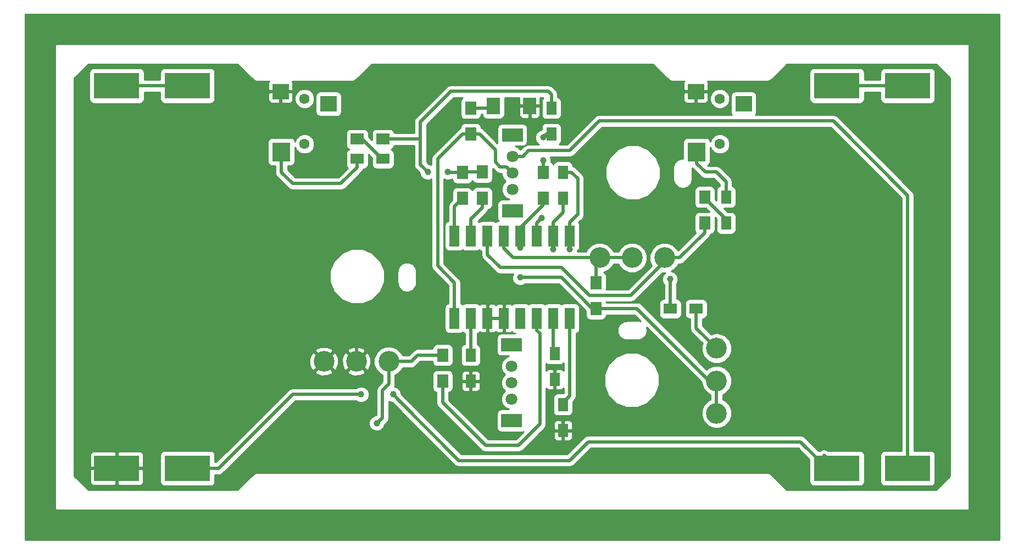
<source format=gbr>
G04 #@! TF.FileFunction,Copper,L1,Top,Signal*
%FSLAX46Y46*%
G04 Gerber Fmt 4.6, Leading zero omitted, Abs format (unit mm)*
G04 Created by KiCad (PCBNEW 4.0.7-e2-6376~58~ubuntu16.04.1) date Sun Feb 25 02:30:39 2018*
%MOMM*%
%LPD*%
G01*
G04 APERTURE LIST*
%ADD10C,0.100000*%
%ADD11R,3.200000X2.000000*%
%ADD12C,1.800000*%
%ADD13R,1.600000X2.000000*%
%ADD14R,2.000000X1.600000*%
%ADD15R,1.700000X2.000000*%
%ADD16R,2.000000X1.700000*%
%ADD17R,2.750000X2.900000*%
%ADD18R,2.550000X2.400000*%
%ADD19C,1.600000*%
%ADD20R,7.000000X4.000000*%
%ADD21R,1.600000X3.200000*%
%ADD22C,3.200000*%
%ADD23R,2.000000X2.600000*%
%ADD24C,1.000000*%
%ADD25C,0.500000*%
%ADD26C,0.254000*%
G04 APERTURE END LIST*
D10*
D11*
X139930000Y-110430000D03*
X139930000Y-122130000D03*
D12*
X139930000Y-118820000D03*
X139930000Y-113740000D03*
X139930000Y-116280000D03*
D11*
X140020000Y-78070000D03*
X140020000Y-89770000D03*
D12*
X140020000Y-86460000D03*
X140020000Y-81380000D03*
X140020000Y-83920000D03*
D13*
X133604000Y-116046000D03*
X133604000Y-112046000D03*
X146558000Y-115792000D03*
X146558000Y-111792000D03*
X147828000Y-123666000D03*
X147828000Y-119666000D03*
X147828000Y-83852000D03*
X147828000Y-87852000D03*
D14*
X164370000Y-104902000D03*
X168370000Y-104902000D03*
D13*
X146050000Y-77946000D03*
X146050000Y-73946000D03*
D14*
X120110000Y-81788000D03*
X116110000Y-81788000D03*
D13*
X172974000Y-87662000D03*
X172974000Y-91662000D03*
D15*
X129286000Y-116046000D03*
X129286000Y-112046000D03*
X132334000Y-87884000D03*
X132334000Y-83884000D03*
X135382000Y-83820000D03*
X135382000Y-87820000D03*
X152908000Y-104870000D03*
X152908000Y-100870000D03*
X144780000Y-83852000D03*
X144780000Y-87852000D03*
D16*
X116110000Y-78740000D03*
X120110000Y-78740000D03*
D15*
X169672000Y-91662000D03*
X169672000Y-87662000D03*
X133604000Y-73946000D03*
X133604000Y-77946000D03*
D17*
X104425000Y-80700000D03*
D18*
X104325000Y-71400000D03*
X111675000Y-73300000D03*
D19*
X108000000Y-72500000D03*
X108000000Y-79500000D03*
D17*
X168425000Y-80700000D03*
D18*
X168325000Y-71400000D03*
X175675000Y-73300000D03*
D19*
X172000000Y-72500000D03*
X172000000Y-79500000D03*
D20*
X89950000Y-70500000D03*
X89950000Y-129500000D03*
X79050000Y-70500000D03*
X79050000Y-129500000D03*
X200950000Y-70500000D03*
X200950000Y-129500000D03*
X190050000Y-70500000D03*
X190050000Y-129500000D03*
D21*
X131110000Y-93650000D03*
X133650000Y-93650000D03*
X136190000Y-93650000D03*
X138730000Y-93650000D03*
X141270000Y-93650000D03*
X143810000Y-93650000D03*
X146350000Y-93650000D03*
X148890000Y-93650000D03*
X148890000Y-106350000D03*
X146350000Y-106350000D03*
X143810000Y-106350000D03*
X141270000Y-106350000D03*
X138730000Y-106350000D03*
X136190000Y-106350000D03*
X131110000Y-106350000D03*
X133650000Y-106350000D03*
D22*
X121000000Y-113000000D03*
X111000000Y-113000000D03*
X116000000Y-113000000D03*
X163500000Y-97000000D03*
X153500000Y-97000000D03*
X158500000Y-97000000D03*
X171500000Y-111000000D03*
X171500000Y-121000000D03*
X171500000Y-116000000D03*
D23*
X137100000Y-73600000D03*
X142700000Y-73600000D03*
D24*
X112903000Y-122428000D03*
X116000000Y-109440000D03*
X144780000Y-78486000D03*
X144780000Y-82042000D03*
X127000000Y-83820000D03*
X130048000Y-83820000D03*
X141224000Y-95504000D03*
X141224000Y-100076000D03*
X119126000Y-122555000D03*
X148844000Y-95758000D03*
X146304000Y-95758000D03*
X144526000Y-90932000D03*
X164338000Y-100330000D03*
X116713000Y-118110000D03*
X121666000Y-118110000D03*
D25*
X112903000Y-122428000D02*
X112903000Y-122682000D01*
X112903000Y-120904000D02*
X112903000Y-122428000D01*
X114046000Y-119761000D02*
X112903000Y-120904000D01*
X117348000Y-119761000D02*
X114046000Y-119761000D01*
X118364000Y-118745000D02*
X117348000Y-119761000D01*
X118364000Y-115364000D02*
X118364000Y-118745000D01*
X116000000Y-113000000D02*
X118364000Y-115364000D01*
X116000000Y-113000000D02*
X116000000Y-109440000D01*
X144780000Y-83852000D02*
X144780000Y-82042000D01*
X144780000Y-78486000D02*
X145320000Y-77946000D01*
X145320000Y-77946000D02*
X146050000Y-77946000D01*
X132334000Y-83884000D02*
X130112000Y-83884000D01*
X125840000Y-82660000D02*
X125840000Y-78740000D01*
X127000000Y-83820000D02*
X125840000Y-82660000D01*
X130112000Y-83884000D02*
X130048000Y-83820000D01*
X130556000Y-71374000D02*
X125840000Y-76090000D01*
X146050000Y-73946000D02*
X146050000Y-71882000D01*
X146050000Y-71882000D02*
X145542000Y-71374000D01*
X145542000Y-71374000D02*
X130556000Y-71374000D01*
X125840000Y-76090000D02*
X125840000Y-78740000D01*
X125840000Y-78740000D02*
X120110000Y-78740000D01*
X135382000Y-83820000D02*
X132398000Y-83820000D01*
X132398000Y-83820000D02*
X132334000Y-83884000D01*
X116110000Y-78740000D02*
X116862000Y-78740000D01*
X116862000Y-78740000D02*
X119910000Y-81788000D01*
X119910000Y-81788000D02*
X120110000Y-81788000D01*
X116110000Y-81788000D02*
X116110000Y-83088000D01*
X113600000Y-85598000D02*
X106172000Y-85598000D01*
X116110000Y-83088000D02*
X113600000Y-85598000D01*
X106172000Y-85598000D02*
X104425000Y-83851000D01*
X104425000Y-83851000D02*
X104425000Y-80700000D01*
X171450000Y-83820000D02*
X172974000Y-85344000D01*
X172974000Y-85344000D02*
X172974000Y-87662000D01*
X169761000Y-83820000D02*
X171450000Y-83820000D01*
X168425000Y-80534000D02*
X168425000Y-82484000D01*
X168425000Y-82484000D02*
X169761000Y-83820000D01*
X172974000Y-91662000D02*
X172974000Y-91114000D01*
X172974000Y-91114000D02*
X169672000Y-87812000D01*
X169672000Y-87812000D02*
X169672000Y-87662000D01*
X171500000Y-116000000D02*
X171500000Y-121000000D01*
X152908000Y-104870000D02*
X152368000Y-104870000D01*
X152368000Y-104870000D02*
X147574000Y-100076000D01*
X141270000Y-95458000D02*
X141270000Y-93650000D01*
X141224000Y-95504000D02*
X141270000Y-95458000D01*
X147574000Y-100076000D02*
X141224000Y-100076000D01*
X152908000Y-104870000D02*
X159226000Y-104870000D01*
X159226000Y-104870000D02*
X170356000Y-116000000D01*
X170356000Y-116000000D02*
X171500000Y-116000000D01*
X141270000Y-93650000D02*
X141270000Y-92410000D01*
X141270000Y-92410000D02*
X144780000Y-88900000D01*
X144780000Y-88900000D02*
X144780000Y-87852000D01*
X190050000Y-70500000D02*
X200950000Y-70500000D01*
X79050000Y-70500000D02*
X89950000Y-70500000D01*
X168370000Y-104902000D02*
X168370000Y-107870000D01*
X168370000Y-107870000D02*
X171500000Y-111000000D01*
X171500000Y-111000000D02*
X171500000Y-109556000D01*
X120015000Y-121793000D02*
X119888000Y-121793000D01*
X119888000Y-121793000D02*
X119126000Y-122555000D01*
X120015000Y-117475000D02*
X120015000Y-121793000D01*
X121000000Y-116490000D02*
X120015000Y-117475000D01*
X121000000Y-115262741D02*
X121000000Y-116490000D01*
X121000000Y-113000000D02*
X121000000Y-115262741D01*
X121000000Y-113000000D02*
X124490000Y-113000000D01*
X125444000Y-112046000D02*
X129286000Y-112046000D01*
X124490000Y-113000000D02*
X125444000Y-112046000D01*
X153500000Y-97000000D02*
X140180000Y-97000000D01*
X138730000Y-95550000D02*
X138730000Y-93650000D01*
X140180000Y-97000000D02*
X138730000Y-95550000D01*
X158500000Y-97000000D02*
X153500000Y-97000000D01*
X153500000Y-97000000D02*
X152908000Y-97592000D01*
X152908000Y-97592000D02*
X152908000Y-100870000D01*
X163500000Y-97000000D02*
X163500000Y-97612000D01*
X163500000Y-97612000D02*
X158242000Y-102870000D01*
X136190000Y-96566000D02*
X136190000Y-93650000D01*
X138176000Y-98552000D02*
X136190000Y-96566000D01*
X147574000Y-98552000D02*
X138176000Y-98552000D01*
X151892000Y-102870000D02*
X147574000Y-98552000D01*
X158242000Y-102870000D02*
X151892000Y-102870000D01*
X169672000Y-91662000D02*
X169672000Y-93162000D01*
X165762741Y-97000000D02*
X163500000Y-97000000D01*
X165834000Y-97000000D02*
X165762741Y-97000000D01*
X169672000Y-93162000D02*
X165834000Y-97000000D01*
X133650000Y-106350000D02*
X133650000Y-112000000D01*
X133650000Y-112000000D02*
X133604000Y-112046000D01*
X146350000Y-106350000D02*
X146350000Y-111584000D01*
X146350000Y-111584000D02*
X146558000Y-111792000D01*
X148890000Y-106350000D02*
X148890000Y-118318000D01*
X148890000Y-118318000D02*
X147828000Y-119380000D01*
X147828000Y-119380000D02*
X147828000Y-119666000D01*
X148844000Y-95758000D02*
X148890000Y-95712000D01*
X148890000Y-95712000D02*
X148890000Y-93650000D01*
X150114000Y-90424000D02*
X150114000Y-90326000D01*
X147828000Y-83852000D02*
X149128000Y-83852000D01*
X149128000Y-83852000D02*
X150114000Y-84838000D01*
X150114000Y-84838000D02*
X150114000Y-90326000D01*
X148890000Y-91550000D02*
X148890000Y-93650000D01*
X150114000Y-90326000D02*
X148890000Y-91550000D01*
X146350000Y-95712000D02*
X146350000Y-93650000D01*
X146304000Y-95758000D02*
X146350000Y-95712000D01*
X146350000Y-93650000D02*
X146350000Y-91550000D01*
X146350000Y-91550000D02*
X147828000Y-90072000D01*
X147828000Y-90072000D02*
X147828000Y-87852000D01*
X164370000Y-104902000D02*
X164370000Y-100362000D01*
X143810000Y-91648000D02*
X143810000Y-93650000D01*
X144526000Y-90932000D02*
X143810000Y-91648000D01*
X164370000Y-100362000D02*
X164338000Y-100330000D01*
X144272000Y-111506000D02*
X144272000Y-108712000D01*
X143810000Y-106350000D02*
X143810000Y-108250000D01*
X129286000Y-119380000D02*
X135890000Y-125984000D01*
X135890000Y-125984000D02*
X140970000Y-125984000D01*
X140970000Y-125984000D02*
X144272000Y-122682000D01*
X129286000Y-119380000D02*
X129286000Y-116046000D01*
X144272000Y-122682000D02*
X144272000Y-111506000D01*
X144272000Y-108712000D02*
X143810000Y-108250000D01*
X131110000Y-93650000D02*
X131110000Y-89108000D01*
X131110000Y-89108000D02*
X132334000Y-87884000D01*
X135382000Y-87820000D02*
X135382000Y-89320000D01*
X135382000Y-89320000D02*
X133650000Y-91052000D01*
X133650000Y-91052000D02*
X133650000Y-93650000D01*
X200950000Y-95631000D02*
X200950000Y-87412000D01*
X153416000Y-75946000D02*
X181356000Y-75946000D01*
X148844000Y-80518000D02*
X153416000Y-75946000D01*
X142494000Y-80518000D02*
X148844000Y-80518000D01*
X141632000Y-81380000D02*
X142494000Y-80518000D01*
X141632000Y-81380000D02*
X140020000Y-81380000D01*
X189484000Y-75946000D02*
X181356000Y-75946000D01*
X200950000Y-87412000D02*
X189484000Y-75946000D01*
X200950000Y-95540000D02*
X200950000Y-95631000D01*
X200950000Y-95631000D02*
X200950000Y-129500000D01*
X131110000Y-106350000D02*
X131110000Y-100884000D01*
X132366000Y-77946000D02*
X133604000Y-77946000D01*
X128524000Y-81788000D02*
X132366000Y-77946000D01*
X128524000Y-98298000D02*
X128524000Y-81788000D01*
X131110000Y-100884000D02*
X128524000Y-98298000D01*
X140020000Y-83920000D02*
X139120001Y-83020001D01*
X139120001Y-83020001D02*
X138138001Y-83020001D01*
X138138001Y-83020001D02*
X137414000Y-82296000D01*
X137414000Y-80406000D02*
X137414000Y-82296000D01*
X133604000Y-77946000D02*
X134954000Y-77946000D01*
X134954000Y-77946000D02*
X137414000Y-80406000D01*
X133604000Y-73946000D02*
X136754000Y-73946000D01*
X136754000Y-73946000D02*
X137100000Y-73600000D01*
X116713000Y-118110000D02*
X106180000Y-118110000D01*
X106180000Y-118110000D02*
X96782000Y-127508000D01*
X96782000Y-127508000D02*
X96774000Y-127508000D01*
X94782000Y-129500000D02*
X89950000Y-129500000D01*
X96774000Y-127508000D02*
X94782000Y-129500000D01*
X122550000Y-119030000D02*
X122550000Y-118994000D01*
X122550000Y-118994000D02*
X121666000Y-118110000D01*
X148850000Y-128280000D02*
X151730000Y-125400000D01*
X122550000Y-119030000D02*
X131800000Y-128280000D01*
X151730000Y-125400000D02*
X184450000Y-125400000D01*
X131800000Y-128280000D02*
X148850000Y-128280000D01*
X184450000Y-125400000D02*
X188550000Y-129500000D01*
X188550000Y-129500000D02*
X190050000Y-129500000D01*
X188058000Y-127508000D02*
X190050000Y-129500000D01*
D26*
G36*
X100076672Y-69572605D02*
X100328749Y-69741037D01*
X100626094Y-69800183D01*
X102551791Y-69800183D01*
X102511673Y-69840301D01*
X102415000Y-70073690D01*
X102415000Y-71114250D01*
X102573750Y-71273000D01*
X104198000Y-71273000D01*
X104198000Y-71253000D01*
X104452000Y-71253000D01*
X104452000Y-71273000D01*
X106076250Y-71273000D01*
X106235000Y-71114250D01*
X106235000Y-70073690D01*
X106138327Y-69840301D01*
X106098209Y-69800183D01*
X115373910Y-69800183D01*
X115520659Y-69770993D01*
X115667553Y-69742559D01*
X115669254Y-69741435D01*
X115671255Y-69741037D01*
X115795698Y-69657887D01*
X115920494Y-69575428D01*
X118345595Y-67175184D01*
X161679246Y-67175184D01*
X164076668Y-69572605D01*
X164328745Y-69741037D01*
X164626090Y-69800183D01*
X166551791Y-69800183D01*
X166511673Y-69840301D01*
X166415000Y-70073690D01*
X166415000Y-71114250D01*
X166573750Y-71273000D01*
X168198000Y-71273000D01*
X168198000Y-71253000D01*
X168452000Y-71253000D01*
X168452000Y-71273000D01*
X170076250Y-71273000D01*
X170235000Y-71114250D01*
X170235000Y-70073690D01*
X170138327Y-69840301D01*
X170098209Y-69800183D01*
X179376101Y-69800183D01*
X179673446Y-69741037D01*
X179921297Y-69575428D01*
X179925522Y-69572605D01*
X179925523Y-69572604D01*
X180998123Y-68500000D01*
X185808758Y-68500000D01*
X185808758Y-72500000D01*
X185859451Y-72769410D01*
X186018672Y-73016846D01*
X186261615Y-73182843D01*
X186550000Y-73241242D01*
X193550000Y-73241242D01*
X193819410Y-73190549D01*
X194066846Y-73031328D01*
X194232843Y-72788385D01*
X194291242Y-72500000D01*
X194291242Y-71477000D01*
X196708758Y-71477000D01*
X196708758Y-72500000D01*
X196759451Y-72769410D01*
X196918672Y-73016846D01*
X197161615Y-73182843D01*
X197450000Y-73241242D01*
X204450000Y-73241242D01*
X204719410Y-73190549D01*
X204966846Y-73031328D01*
X205132843Y-72788385D01*
X205191242Y-72500000D01*
X205191242Y-68500000D01*
X205140549Y-68230590D01*
X204981328Y-67983154D01*
X204738385Y-67817157D01*
X204450000Y-67758758D01*
X197450000Y-67758758D01*
X197180590Y-67809451D01*
X196933154Y-67968672D01*
X196767157Y-68211615D01*
X196708758Y-68500000D01*
X196708758Y-69523000D01*
X194291242Y-69523000D01*
X194291242Y-68500000D01*
X194240549Y-68230590D01*
X194081328Y-67983154D01*
X193838385Y-67817157D01*
X193550000Y-67758758D01*
X186550000Y-67758758D01*
X186280590Y-67809451D01*
X186033154Y-67968672D01*
X185867157Y-68211615D01*
X185808758Y-68500000D01*
X180998123Y-68500000D01*
X182322935Y-67175184D01*
X205304246Y-67175184D01*
X207474090Y-69345027D01*
X207474100Y-130651337D01*
X205304255Y-132821190D01*
X182322945Y-132821190D01*
X179925523Y-130423759D01*
X179925521Y-130423757D01*
X179841878Y-130367869D01*
X179673446Y-130255326D01*
X179376101Y-130196180D01*
X100626090Y-130196180D01*
X100507797Y-130219710D01*
X100328746Y-130255326D01*
X100328745Y-130255327D01*
X100328744Y-130255327D01*
X100201851Y-130340114D01*
X100076671Y-130423757D01*
X100076668Y-130423759D01*
X97679250Y-132821190D01*
X74697939Y-132821190D01*
X72528095Y-130651337D01*
X72528095Y-129785750D01*
X74915000Y-129785750D01*
X74915000Y-131626309D01*
X75011673Y-131859698D01*
X75190301Y-132038327D01*
X75423690Y-132135000D01*
X78764250Y-132135000D01*
X78923000Y-131976250D01*
X78923000Y-129627000D01*
X79177000Y-129627000D01*
X79177000Y-131976250D01*
X79335750Y-132135000D01*
X82676310Y-132135000D01*
X82909699Y-132038327D01*
X83088327Y-131859698D01*
X83185000Y-131626309D01*
X83185000Y-129785750D01*
X83026250Y-129627000D01*
X79177000Y-129627000D01*
X78923000Y-129627000D01*
X75073750Y-129627000D01*
X74915000Y-129785750D01*
X72528095Y-129785750D01*
X72528095Y-127373691D01*
X74915000Y-127373691D01*
X74915000Y-129214250D01*
X75073750Y-129373000D01*
X78923000Y-129373000D01*
X78923000Y-127023750D01*
X79177000Y-127023750D01*
X79177000Y-129373000D01*
X83026250Y-129373000D01*
X83185000Y-129214250D01*
X83185000Y-127500000D01*
X85708758Y-127500000D01*
X85708758Y-131500000D01*
X85759451Y-131769410D01*
X85918672Y-132016846D01*
X86161615Y-132182843D01*
X86450000Y-132241242D01*
X93450000Y-132241242D01*
X93719410Y-132190549D01*
X93966846Y-132031328D01*
X94132843Y-131788385D01*
X94191242Y-131500000D01*
X94191242Y-130477000D01*
X94782000Y-130477000D01*
X95155882Y-130402630D01*
X95472843Y-130190843D01*
X97448737Y-128214950D01*
X97472843Y-128198843D01*
X102873691Y-122797995D01*
X117898788Y-122797995D01*
X118085194Y-123249131D01*
X118430053Y-123594593D01*
X118880864Y-123781786D01*
X119368995Y-123782212D01*
X119820131Y-123595806D01*
X120165593Y-123250947D01*
X120352786Y-122800136D01*
X120352865Y-122709822D01*
X120361637Y-122701049D01*
X120388882Y-122695630D01*
X120705843Y-122483843D01*
X120917630Y-122166882D01*
X120992000Y-121793000D01*
X120992000Y-119158706D01*
X121420864Y-119336786D01*
X121511179Y-119336865D01*
X121786665Y-119612351D01*
X121859157Y-119720843D01*
X131109156Y-128970843D01*
X131341542Y-129126118D01*
X131426118Y-129182630D01*
X131800000Y-129257000D01*
X148850000Y-129257000D01*
X149223882Y-129182630D01*
X149540843Y-128970843D01*
X152134686Y-126377000D01*
X184045314Y-126377000D01*
X185808758Y-128140444D01*
X185808758Y-131500000D01*
X185859451Y-131769410D01*
X186018672Y-132016846D01*
X186261615Y-132182843D01*
X186550000Y-132241242D01*
X193550000Y-132241242D01*
X193819410Y-132190549D01*
X194066846Y-132031328D01*
X194232843Y-131788385D01*
X194291242Y-131500000D01*
X194291242Y-127500000D01*
X194240549Y-127230590D01*
X194081328Y-126983154D01*
X193838385Y-126817157D01*
X193550000Y-126758758D01*
X188661443Y-126758758D01*
X188431881Y-126605370D01*
X188058000Y-126531000D01*
X187684119Y-126605370D01*
X187454557Y-126758758D01*
X187190444Y-126758758D01*
X185140843Y-124709157D01*
X184823882Y-124497370D01*
X184450000Y-124423000D01*
X151730000Y-124423000D01*
X151356118Y-124497370D01*
X151039157Y-124709157D01*
X148445314Y-127303000D01*
X132204687Y-127303000D01*
X123313336Y-118411650D01*
X123240843Y-118303157D01*
X122893135Y-117955449D01*
X122893212Y-117867005D01*
X122706806Y-117415869D01*
X122361947Y-117070407D01*
X121911136Y-116883214D01*
X121889725Y-116883195D01*
X121902630Y-116863882D01*
X121926378Y-116744491D01*
X121977000Y-116490000D01*
X121977000Y-115114129D01*
X122141885Y-115046000D01*
X127694758Y-115046000D01*
X127694758Y-117046000D01*
X127745451Y-117315410D01*
X127904672Y-117562846D01*
X128147615Y-117728843D01*
X128309000Y-117761524D01*
X128309000Y-119380000D01*
X128383370Y-119753882D01*
X128595157Y-120070843D01*
X135199156Y-126674843D01*
X135483746Y-126865000D01*
X135516118Y-126886630D01*
X135890000Y-126961000D01*
X140970000Y-126961000D01*
X141343882Y-126886630D01*
X141660843Y-126674843D01*
X144383936Y-123951750D01*
X146393000Y-123951750D01*
X146393000Y-124792309D01*
X146489673Y-125025698D01*
X146668301Y-125204327D01*
X146901690Y-125301000D01*
X147542250Y-125301000D01*
X147701000Y-125142250D01*
X147701000Y-123793000D01*
X147955000Y-123793000D01*
X147955000Y-125142250D01*
X148113750Y-125301000D01*
X148754310Y-125301000D01*
X148987699Y-125204327D01*
X149166327Y-125025698D01*
X149263000Y-124792309D01*
X149263000Y-123951750D01*
X149104250Y-123793000D01*
X147955000Y-123793000D01*
X147701000Y-123793000D01*
X146551750Y-123793000D01*
X146393000Y-123951750D01*
X144383936Y-123951750D01*
X144962843Y-123372843D01*
X144970363Y-123361589D01*
X145174630Y-123055882D01*
X145249000Y-122682000D01*
X145249000Y-122539691D01*
X146393000Y-122539691D01*
X146393000Y-123380250D01*
X146551750Y-123539000D01*
X147701000Y-123539000D01*
X147701000Y-122189750D01*
X147955000Y-122189750D01*
X147955000Y-123539000D01*
X149104250Y-123539000D01*
X149263000Y-123380250D01*
X149263000Y-122539691D01*
X149166327Y-122306302D01*
X148987699Y-122127673D01*
X148754310Y-122031000D01*
X148113750Y-122031000D01*
X147955000Y-122189750D01*
X147701000Y-122189750D01*
X147542250Y-122031000D01*
X146901690Y-122031000D01*
X146668301Y-122127673D01*
X146489673Y-122306302D01*
X146393000Y-122539691D01*
X145249000Y-122539691D01*
X145249000Y-117181025D01*
X145398301Y-117330327D01*
X145631690Y-117427000D01*
X146272250Y-117427000D01*
X146431000Y-117268250D01*
X146431000Y-115919000D01*
X146411000Y-115919000D01*
X146411000Y-115665000D01*
X146431000Y-115665000D01*
X146431000Y-114315750D01*
X146272250Y-114157000D01*
X145631690Y-114157000D01*
X145398301Y-114253673D01*
X145249000Y-114402975D01*
X145249000Y-113324102D01*
X145469615Y-113474843D01*
X145758000Y-113533242D01*
X147358000Y-113533242D01*
X147627410Y-113482549D01*
X147874846Y-113323328D01*
X147913000Y-113267488D01*
X147913000Y-114472554D01*
X147896327Y-114432302D01*
X147717699Y-114253673D01*
X147484310Y-114157000D01*
X146843750Y-114157000D01*
X146685000Y-114315750D01*
X146685000Y-115665000D01*
X146705000Y-115665000D01*
X146705000Y-115919000D01*
X146685000Y-115919000D01*
X146685000Y-117268250D01*
X146843750Y-117427000D01*
X147484310Y-117427000D01*
X147717699Y-117330327D01*
X147896327Y-117151698D01*
X147913000Y-117111446D01*
X147913000Y-117913314D01*
X147901556Y-117924758D01*
X147028000Y-117924758D01*
X146758590Y-117975451D01*
X146511154Y-118134672D01*
X146345157Y-118377615D01*
X146286758Y-118666000D01*
X146286758Y-120666000D01*
X146337451Y-120935410D01*
X146496672Y-121182846D01*
X146739615Y-121348843D01*
X147028000Y-121407242D01*
X148628000Y-121407242D01*
X148897410Y-121356549D01*
X149144846Y-121197328D01*
X149310843Y-120954385D01*
X149369242Y-120666000D01*
X149369242Y-119220444D01*
X149580843Y-119008843D01*
X149719824Y-118800843D01*
X149792630Y-118691882D01*
X149867000Y-118318000D01*
X149867000Y-116737114D01*
X154172268Y-116737114D01*
X154814434Y-118291275D01*
X156002470Y-119481387D01*
X157555509Y-120126265D01*
X159237114Y-120127732D01*
X160791275Y-119485566D01*
X161981387Y-118297530D01*
X162626265Y-116744491D01*
X162627732Y-115062886D01*
X161985566Y-113508725D01*
X160797530Y-112318613D01*
X159244491Y-111673735D01*
X157562886Y-111672268D01*
X156008725Y-112314434D01*
X154818613Y-113502470D01*
X154173735Y-115055509D01*
X154172268Y-116737114D01*
X149867000Y-116737114D01*
X149867000Y-108657937D01*
X149959410Y-108640549D01*
X150206846Y-108481328D01*
X150372843Y-108238385D01*
X150431242Y-107950000D01*
X150431242Y-104750000D01*
X150380549Y-104480590D01*
X150221328Y-104233154D01*
X149978385Y-104067157D01*
X149690000Y-104008758D01*
X148090000Y-104008758D01*
X147820590Y-104059451D01*
X147617948Y-104189848D01*
X147438385Y-104067157D01*
X147150000Y-104008758D01*
X145550000Y-104008758D01*
X145280590Y-104059451D01*
X145077948Y-104189848D01*
X144898385Y-104067157D01*
X144610000Y-104008758D01*
X143010000Y-104008758D01*
X142740590Y-104059451D01*
X142537948Y-104189848D01*
X142358385Y-104067157D01*
X142070000Y-104008758D01*
X140470000Y-104008758D01*
X140200590Y-104059451D01*
X139953154Y-104218672D01*
X139930237Y-104252212D01*
X139889698Y-104211673D01*
X139656309Y-104115000D01*
X139015750Y-104115000D01*
X138857000Y-104273750D01*
X138857000Y-106223000D01*
X138877000Y-106223000D01*
X138877000Y-106477000D01*
X138857000Y-106477000D01*
X138857000Y-108426250D01*
X139015750Y-108585000D01*
X139656309Y-108585000D01*
X139889698Y-108488327D01*
X139927908Y-108450118D01*
X139938672Y-108466846D01*
X140181615Y-108632843D01*
X140457734Y-108688758D01*
X138330000Y-108688758D01*
X138060590Y-108739451D01*
X137813154Y-108898672D01*
X137647157Y-109141615D01*
X137588758Y-109430000D01*
X137588758Y-111430000D01*
X137639451Y-111699410D01*
X137798672Y-111946846D01*
X138041615Y-112112843D01*
X138330000Y-112171242D01*
X139466150Y-112171242D01*
X139009582Y-112359892D01*
X138551501Y-112817175D01*
X138303283Y-113414950D01*
X138302718Y-114062211D01*
X138549892Y-114660418D01*
X138899073Y-115010208D01*
X138551501Y-115357175D01*
X138303283Y-115954950D01*
X138302718Y-116602211D01*
X138549892Y-117200418D01*
X138899073Y-117550208D01*
X138551501Y-117897175D01*
X138303283Y-118494950D01*
X138302718Y-119142211D01*
X138549892Y-119740418D01*
X139007175Y-120198499D01*
X139465369Y-120388758D01*
X138330000Y-120388758D01*
X138060590Y-120439451D01*
X137813154Y-120598672D01*
X137647157Y-120841615D01*
X137588758Y-121130000D01*
X137588758Y-123130000D01*
X137639451Y-123399410D01*
X137798672Y-123646846D01*
X138041615Y-123812843D01*
X138330000Y-123871242D01*
X141530000Y-123871242D01*
X141740722Y-123831592D01*
X140565314Y-125007000D01*
X136294687Y-125007000D01*
X130263000Y-118975314D01*
X130263000Y-117763345D01*
X130405410Y-117736549D01*
X130652846Y-117577328D01*
X130818843Y-117334385D01*
X130877242Y-117046000D01*
X130877242Y-116331750D01*
X132169000Y-116331750D01*
X132169000Y-117172309D01*
X132265673Y-117405698D01*
X132444301Y-117584327D01*
X132677690Y-117681000D01*
X133318250Y-117681000D01*
X133477000Y-117522250D01*
X133477000Y-116173000D01*
X133731000Y-116173000D01*
X133731000Y-117522250D01*
X133889750Y-117681000D01*
X134530310Y-117681000D01*
X134763699Y-117584327D01*
X134942327Y-117405698D01*
X135039000Y-117172309D01*
X135039000Y-116331750D01*
X134880250Y-116173000D01*
X133731000Y-116173000D01*
X133477000Y-116173000D01*
X132327750Y-116173000D01*
X132169000Y-116331750D01*
X130877242Y-116331750D01*
X130877242Y-115046000D01*
X130853476Y-114919691D01*
X132169000Y-114919691D01*
X132169000Y-115760250D01*
X132327750Y-115919000D01*
X133477000Y-115919000D01*
X133477000Y-114569750D01*
X133731000Y-114569750D01*
X133731000Y-115919000D01*
X134880250Y-115919000D01*
X135039000Y-115760250D01*
X135039000Y-114919691D01*
X134942327Y-114686302D01*
X134763699Y-114507673D01*
X134530310Y-114411000D01*
X133889750Y-114411000D01*
X133731000Y-114569750D01*
X133477000Y-114569750D01*
X133318250Y-114411000D01*
X132677690Y-114411000D01*
X132444301Y-114507673D01*
X132265673Y-114686302D01*
X132169000Y-114919691D01*
X130853476Y-114919691D01*
X130826549Y-114776590D01*
X130667328Y-114529154D01*
X130424385Y-114363157D01*
X130136000Y-114304758D01*
X128436000Y-114304758D01*
X128166590Y-114355451D01*
X127919154Y-114514672D01*
X127753157Y-114757615D01*
X127694758Y-115046000D01*
X122141885Y-115046000D01*
X122316418Y-114973885D01*
X122971585Y-114319861D01*
X123113953Y-113977000D01*
X124490000Y-113977000D01*
X124863882Y-113902630D01*
X125180843Y-113690843D01*
X125848687Y-113023000D01*
X127694758Y-113023000D01*
X127694758Y-113046000D01*
X127745451Y-113315410D01*
X127904672Y-113562846D01*
X128147615Y-113728843D01*
X128436000Y-113787242D01*
X130136000Y-113787242D01*
X130405410Y-113736549D01*
X130652846Y-113577328D01*
X130818843Y-113334385D01*
X130877242Y-113046000D01*
X130877242Y-111046000D01*
X130826549Y-110776590D01*
X130667328Y-110529154D01*
X130424385Y-110363157D01*
X130136000Y-110304758D01*
X128436000Y-110304758D01*
X128166590Y-110355451D01*
X127919154Y-110514672D01*
X127753157Y-110757615D01*
X127694758Y-111046000D01*
X127694758Y-111069000D01*
X125444000Y-111069000D01*
X125070118Y-111143370D01*
X124970221Y-111210119D01*
X124753157Y-111355156D01*
X124085314Y-112023000D01*
X123114129Y-112023000D01*
X122973885Y-111683582D01*
X122319861Y-111028415D01*
X121464900Y-110673404D01*
X120539162Y-110672597D01*
X119683582Y-111026115D01*
X119028415Y-111680139D01*
X118673404Y-112535100D01*
X118672597Y-113460838D01*
X119026115Y-114316418D01*
X119680139Y-114971585D01*
X120023000Y-115113953D01*
X120023000Y-116085313D01*
X119324157Y-116784157D01*
X119112370Y-117101118D01*
X119038000Y-117475000D01*
X119038000Y-121261313D01*
X118971448Y-121327865D01*
X118883005Y-121327788D01*
X118431869Y-121514194D01*
X118086407Y-121859053D01*
X117899214Y-122309864D01*
X117898788Y-122797995D01*
X102873691Y-122797995D01*
X106584686Y-119087000D01*
X115954569Y-119087000D01*
X116017053Y-119149593D01*
X116467864Y-119336786D01*
X116955995Y-119337212D01*
X117407131Y-119150806D01*
X117752593Y-118805947D01*
X117939786Y-118355136D01*
X117940212Y-117867005D01*
X117753806Y-117415869D01*
X117408947Y-117070407D01*
X116958136Y-116883214D01*
X116470005Y-116882788D01*
X116018869Y-117069194D01*
X115954951Y-117133000D01*
X106180000Y-117133000D01*
X105806118Y-117207370D01*
X105509300Y-117405698D01*
X105489157Y-117419157D01*
X96107268Y-126801046D01*
X96083156Y-126817157D01*
X94377314Y-128523000D01*
X94191242Y-128523000D01*
X94191242Y-127500000D01*
X94140549Y-127230590D01*
X93981328Y-126983154D01*
X93738385Y-126817157D01*
X93450000Y-126758758D01*
X86450000Y-126758758D01*
X86180590Y-126809451D01*
X85933154Y-126968672D01*
X85767157Y-127211615D01*
X85708758Y-127500000D01*
X83185000Y-127500000D01*
X83185000Y-127373691D01*
X83088327Y-127140302D01*
X82909699Y-126961673D01*
X82676310Y-126865000D01*
X79335750Y-126865000D01*
X79177000Y-127023750D01*
X78923000Y-127023750D01*
X78764250Y-126865000D01*
X75423690Y-126865000D01*
X75190301Y-126961673D01*
X75011673Y-127140302D01*
X74915000Y-127373691D01*
X72528095Y-127373691D01*
X72528095Y-114586202D01*
X109593403Y-114586202D01*
X109765390Y-114915360D01*
X110592346Y-115242026D01*
X111481363Y-115227365D01*
X112234610Y-114915360D01*
X112406597Y-114586202D01*
X114593403Y-114586202D01*
X114765390Y-114915360D01*
X115592346Y-115242026D01*
X116481363Y-115227365D01*
X117234610Y-114915360D01*
X117406597Y-114586202D01*
X116000000Y-113179605D01*
X114593403Y-114586202D01*
X112406597Y-114586202D01*
X111000000Y-113179605D01*
X109593403Y-114586202D01*
X72528095Y-114586202D01*
X72528095Y-112592346D01*
X108757974Y-112592346D01*
X108772635Y-113481363D01*
X109084640Y-114234610D01*
X109413798Y-114406597D01*
X110820395Y-113000000D01*
X111179605Y-113000000D01*
X112586202Y-114406597D01*
X112915360Y-114234610D01*
X113242026Y-113407654D01*
X113228581Y-112592346D01*
X113757974Y-112592346D01*
X113772635Y-113481363D01*
X114084640Y-114234610D01*
X114413798Y-114406597D01*
X115820395Y-113000000D01*
X116179605Y-113000000D01*
X117586202Y-114406597D01*
X117915360Y-114234610D01*
X118242026Y-113407654D01*
X118227365Y-112518637D01*
X117915360Y-111765390D01*
X117586202Y-111593403D01*
X116179605Y-113000000D01*
X115820395Y-113000000D01*
X114413798Y-111593403D01*
X114084640Y-111765390D01*
X113757974Y-112592346D01*
X113228581Y-112592346D01*
X113227365Y-112518637D01*
X112915360Y-111765390D01*
X112586202Y-111593403D01*
X111179605Y-113000000D01*
X110820395Y-113000000D01*
X109413798Y-111593403D01*
X109084640Y-111765390D01*
X108757974Y-112592346D01*
X72528095Y-112592346D01*
X72528095Y-111413798D01*
X109593403Y-111413798D01*
X111000000Y-112820395D01*
X112406597Y-111413798D01*
X114593403Y-111413798D01*
X116000000Y-112820395D01*
X117406597Y-111413798D01*
X117234610Y-111084640D01*
X116407654Y-110757974D01*
X115518637Y-110772635D01*
X114765390Y-111084640D01*
X114593403Y-111413798D01*
X112406597Y-111413798D01*
X112234610Y-111084640D01*
X111407654Y-110757974D01*
X110518637Y-110772635D01*
X109765390Y-111084640D01*
X109593403Y-111413798D01*
X72528095Y-111413798D01*
X72528095Y-100737114D01*
X111872268Y-100737114D01*
X112514434Y-102291275D01*
X113702470Y-103481387D01*
X115255509Y-104126265D01*
X116937114Y-104127732D01*
X118491275Y-103485566D01*
X119681387Y-102297530D01*
X120326265Y-100744491D01*
X120327645Y-99161600D01*
X122301640Y-99161600D01*
X122301640Y-100838000D01*
X122328415Y-100972604D01*
X122328888Y-101017913D01*
X122378506Y-101254417D01*
X122437137Y-101391882D01*
X122493272Y-101530320D01*
X122639185Y-101752263D01*
X122762985Y-101877925D01*
X122858801Y-101975182D01*
X123078541Y-102124391D01*
X123266120Y-102203733D01*
X123366743Y-102246295D01*
X123626857Y-102300056D01*
X123939773Y-102302391D01*
X123939774Y-102302391D01*
X124200661Y-102252518D01*
X124367655Y-102184802D01*
X124490649Y-102134929D01*
X124712592Y-101989016D01*
X124935509Y-101769402D01*
X124935511Y-101769400D01*
X125084720Y-101549660D01*
X125185962Y-101310306D01*
X125206624Y-101261458D01*
X125260385Y-101001344D01*
X125260818Y-100943353D01*
X125282261Y-100828279D01*
X125261941Y-99151880D01*
X125244900Y-99071325D01*
X125243185Y-98976616D01*
X125192198Y-98742524D01*
X125132558Y-98605608D01*
X125075410Y-98467638D01*
X124928950Y-98248444D01*
X124707676Y-98027170D01*
X124488482Y-97880710D01*
X124298582Y-97802052D01*
X124199378Y-97760960D01*
X123940822Y-97709530D01*
X123784360Y-97709531D01*
X123627897Y-97709530D01*
X123369342Y-97760960D01*
X123270138Y-97802052D01*
X123080238Y-97880710D01*
X122861044Y-98027170D01*
X122639770Y-98248444D01*
X122493310Y-98467638D01*
X122443593Y-98587668D01*
X122373560Y-98756742D01*
X122322130Y-99015298D01*
X122322130Y-99058590D01*
X122301640Y-99161600D01*
X120327645Y-99161600D01*
X120327732Y-99062886D01*
X119685566Y-97508725D01*
X118497530Y-96318613D01*
X116944491Y-95673735D01*
X115262886Y-95672268D01*
X113708725Y-96314434D01*
X112518613Y-97502470D01*
X111873735Y-99055509D01*
X111872268Y-100737114D01*
X72528095Y-100737114D01*
X72528095Y-79250000D01*
X102308758Y-79250000D01*
X102308758Y-82150000D01*
X102359451Y-82419410D01*
X102518672Y-82666846D01*
X102761615Y-82832843D01*
X103050000Y-82891242D01*
X103448000Y-82891242D01*
X103448000Y-83851000D01*
X103522370Y-84224882D01*
X103713443Y-84510843D01*
X103734157Y-84541843D01*
X105481157Y-86288843D01*
X105798118Y-86500630D01*
X106172000Y-86575000D01*
X113600000Y-86575000D01*
X113973882Y-86500630D01*
X114290843Y-86288843D01*
X116800843Y-83778843D01*
X117012630Y-83461882D01*
X117039014Y-83329242D01*
X117110000Y-83329242D01*
X117379410Y-83278549D01*
X117626846Y-83119328D01*
X117792843Y-82876385D01*
X117851242Y-82588000D01*
X117851242Y-81110928D01*
X118368758Y-81628444D01*
X118368758Y-82588000D01*
X118419451Y-82857410D01*
X118578672Y-83104846D01*
X118821615Y-83270843D01*
X119110000Y-83329242D01*
X121110000Y-83329242D01*
X121379410Y-83278549D01*
X121626846Y-83119328D01*
X121792843Y-82876385D01*
X121851242Y-82588000D01*
X121851242Y-80988000D01*
X121800549Y-80718590D01*
X121641328Y-80471154D01*
X121398385Y-80305157D01*
X121326256Y-80290551D01*
X121379410Y-80280549D01*
X121626846Y-80121328D01*
X121792843Y-79878385D01*
X121825524Y-79717000D01*
X124863000Y-79717000D01*
X124863000Y-82660000D01*
X124937370Y-83033882D01*
X125129254Y-83321056D01*
X125149157Y-83350843D01*
X125772865Y-83974552D01*
X125772788Y-84062995D01*
X125959194Y-84514131D01*
X126304053Y-84859593D01*
X126754864Y-85046786D01*
X127242995Y-85047212D01*
X127547000Y-84921599D01*
X127547000Y-98298000D01*
X127621370Y-98671882D01*
X127749533Y-98863691D01*
X127833157Y-98988843D01*
X130133000Y-101288687D01*
X130133000Y-104042063D01*
X130040590Y-104059451D01*
X129793154Y-104218672D01*
X129627157Y-104461615D01*
X129568758Y-104750000D01*
X129568758Y-107950000D01*
X129619451Y-108219410D01*
X129778672Y-108466846D01*
X130021615Y-108632843D01*
X130310000Y-108691242D01*
X131910000Y-108691242D01*
X132179410Y-108640549D01*
X132382052Y-108510152D01*
X132561615Y-108632843D01*
X132673000Y-108655399D01*
X132673000Y-110329407D01*
X132534590Y-110355451D01*
X132287154Y-110514672D01*
X132121157Y-110757615D01*
X132062758Y-111046000D01*
X132062758Y-113046000D01*
X132113451Y-113315410D01*
X132272672Y-113562846D01*
X132515615Y-113728843D01*
X132804000Y-113787242D01*
X134404000Y-113787242D01*
X134673410Y-113736549D01*
X134920846Y-113577328D01*
X135086843Y-113334385D01*
X135145242Y-113046000D01*
X135145242Y-111046000D01*
X135094549Y-110776590D01*
X134935328Y-110529154D01*
X134692385Y-110363157D01*
X134627000Y-110349916D01*
X134627000Y-108657937D01*
X134719410Y-108640549D01*
X134966846Y-108481328D01*
X134989763Y-108447788D01*
X135030302Y-108488327D01*
X135263691Y-108585000D01*
X135904250Y-108585000D01*
X136063000Y-108426250D01*
X136063000Y-106477000D01*
X136317000Y-106477000D01*
X136317000Y-108426250D01*
X136475750Y-108585000D01*
X137116309Y-108585000D01*
X137349698Y-108488327D01*
X137460000Y-108378026D01*
X137570302Y-108488327D01*
X137803691Y-108585000D01*
X138444250Y-108585000D01*
X138603000Y-108426250D01*
X138603000Y-106477000D01*
X136317000Y-106477000D01*
X136063000Y-106477000D01*
X136043000Y-106477000D01*
X136043000Y-106223000D01*
X136063000Y-106223000D01*
X136063000Y-104273750D01*
X136317000Y-104273750D01*
X136317000Y-106223000D01*
X138603000Y-106223000D01*
X138603000Y-104273750D01*
X138444250Y-104115000D01*
X137803691Y-104115000D01*
X137570302Y-104211673D01*
X137460000Y-104321974D01*
X137349698Y-104211673D01*
X137116309Y-104115000D01*
X136475750Y-104115000D01*
X136317000Y-104273750D01*
X136063000Y-104273750D01*
X135904250Y-104115000D01*
X135263691Y-104115000D01*
X135030302Y-104211673D01*
X134992092Y-104249882D01*
X134981328Y-104233154D01*
X134738385Y-104067157D01*
X134450000Y-104008758D01*
X132850000Y-104008758D01*
X132580590Y-104059451D01*
X132377948Y-104189848D01*
X132198385Y-104067157D01*
X132087000Y-104044601D01*
X132087000Y-100884000D01*
X132012630Y-100510118D01*
X131886356Y-100321136D01*
X131800843Y-100193156D01*
X129501000Y-97893314D01*
X129501000Y-84921441D01*
X129802864Y-85046786D01*
X130290995Y-85047212D01*
X130741661Y-84861000D01*
X130742758Y-84861000D01*
X130742758Y-84884000D01*
X130793451Y-85153410D01*
X130952672Y-85400846D01*
X131195615Y-85566843D01*
X131484000Y-85625242D01*
X133184000Y-85625242D01*
X133453410Y-85574549D01*
X133700846Y-85415328D01*
X133866843Y-85172385D01*
X133873546Y-85139286D01*
X134000672Y-85336846D01*
X134243615Y-85502843D01*
X134532000Y-85561242D01*
X136232000Y-85561242D01*
X136501410Y-85510549D01*
X136748846Y-85351328D01*
X136914843Y-85108385D01*
X136973242Y-84820000D01*
X136973242Y-83236928D01*
X137447158Y-83710844D01*
X137764119Y-83922631D01*
X138138001Y-83997001D01*
X138392932Y-83997001D01*
X138392718Y-84242211D01*
X138639892Y-84840418D01*
X138989073Y-85190208D01*
X138641501Y-85537175D01*
X138393283Y-86134950D01*
X138392718Y-86782211D01*
X138639892Y-87380418D01*
X139097175Y-87838499D01*
X139555369Y-88028758D01*
X138420000Y-88028758D01*
X138150590Y-88079451D01*
X137903154Y-88238672D01*
X137737157Y-88481615D01*
X137678758Y-88770000D01*
X137678758Y-90770000D01*
X137729451Y-91039410D01*
X137888672Y-91286846D01*
X137922740Y-91310124D01*
X137660590Y-91359451D01*
X137457948Y-91489848D01*
X137278385Y-91367157D01*
X136990000Y-91308758D01*
X135390000Y-91308758D01*
X135120590Y-91359451D01*
X134917948Y-91489848D01*
X134738385Y-91367157D01*
X134720210Y-91363476D01*
X136072843Y-90010843D01*
X136080214Y-89999812D01*
X136284630Y-89693882D01*
X136314086Y-89545796D01*
X136501410Y-89510549D01*
X136748846Y-89351328D01*
X136914843Y-89108385D01*
X136973242Y-88820000D01*
X136973242Y-86820000D01*
X136922549Y-86550590D01*
X136763328Y-86303154D01*
X136520385Y-86137157D01*
X136232000Y-86078758D01*
X134532000Y-86078758D01*
X134262590Y-86129451D01*
X134015154Y-86288672D01*
X133849157Y-86531615D01*
X133842454Y-86564714D01*
X133715328Y-86367154D01*
X133472385Y-86201157D01*
X133184000Y-86142758D01*
X131484000Y-86142758D01*
X131214590Y-86193451D01*
X130967154Y-86352672D01*
X130801157Y-86595615D01*
X130742758Y-86884000D01*
X130742758Y-88093556D01*
X130419157Y-88417157D01*
X130207370Y-88734118D01*
X130133000Y-89108000D01*
X130133000Y-91342063D01*
X130040590Y-91359451D01*
X129793154Y-91518672D01*
X129627157Y-91761615D01*
X129568758Y-92050000D01*
X129568758Y-95250000D01*
X129619451Y-95519410D01*
X129778672Y-95766846D01*
X130021615Y-95932843D01*
X130310000Y-95991242D01*
X131910000Y-95991242D01*
X132179410Y-95940549D01*
X132382052Y-95810152D01*
X132561615Y-95932843D01*
X132850000Y-95991242D01*
X134450000Y-95991242D01*
X134719410Y-95940549D01*
X134922052Y-95810152D01*
X135101615Y-95932843D01*
X135213000Y-95955399D01*
X135213000Y-96566000D01*
X135287370Y-96939882D01*
X135317659Y-96985212D01*
X135499157Y-97256843D01*
X137485157Y-99242843D01*
X137802118Y-99454630D01*
X138176000Y-99529000D01*
X140122559Y-99529000D01*
X139997214Y-99830864D01*
X139996788Y-100318995D01*
X140183194Y-100770131D01*
X140528053Y-101115593D01*
X140978864Y-101302786D01*
X141466995Y-101303212D01*
X141918131Y-101116806D01*
X141982049Y-101053000D01*
X147169314Y-101053000D01*
X151316758Y-105200444D01*
X151316758Y-105870000D01*
X151367451Y-106139410D01*
X151526672Y-106386846D01*
X151769615Y-106552843D01*
X152058000Y-106611242D01*
X153758000Y-106611242D01*
X154027410Y-106560549D01*
X154274846Y-106401328D01*
X154440843Y-106158385D01*
X154499242Y-105870000D01*
X154499242Y-105847000D01*
X158821314Y-105847000D01*
X159813958Y-106839644D01*
X159755119Y-106814756D01*
X159495004Y-106760995D01*
X159437013Y-106760562D01*
X159321939Y-106739119D01*
X157645540Y-106759439D01*
X157564985Y-106776480D01*
X157470276Y-106778195D01*
X157236184Y-106829182D01*
X157099268Y-106888822D01*
X156961298Y-106945970D01*
X156742104Y-107092430D01*
X156520830Y-107313704D01*
X156374370Y-107532898D01*
X156306405Y-107696983D01*
X156254620Y-107822002D01*
X156203190Y-108080558D01*
X156203191Y-108237020D01*
X156203190Y-108393482D01*
X156254620Y-108652038D01*
X156290828Y-108739451D01*
X156374370Y-108941142D01*
X156520830Y-109160336D01*
X156742104Y-109381610D01*
X156961298Y-109528070D01*
X157151198Y-109606728D01*
X157250402Y-109647820D01*
X157508957Y-109699250D01*
X157552250Y-109699250D01*
X157655260Y-109719740D01*
X159331660Y-109719740D01*
X159466264Y-109692965D01*
X159511573Y-109692492D01*
X159748077Y-109642874D01*
X159885542Y-109584243D01*
X160023980Y-109528108D01*
X160245923Y-109382195D01*
X160468840Y-109162581D01*
X160468842Y-109162579D01*
X160618051Y-108942839D01*
X160718751Y-108704766D01*
X160739955Y-108654637D01*
X160793716Y-108394523D01*
X160796051Y-108081607D01*
X160796051Y-108081606D01*
X160746178Y-107820719D01*
X160712855Y-107738541D01*
X169172826Y-116198512D01*
X169172597Y-116460838D01*
X169526115Y-117316418D01*
X170180139Y-117971585D01*
X170523000Y-118113953D01*
X170523000Y-118885871D01*
X170183582Y-119026115D01*
X169528415Y-119680139D01*
X169173404Y-120535100D01*
X169172597Y-121460838D01*
X169526115Y-122316418D01*
X170180139Y-122971585D01*
X171035100Y-123326596D01*
X171960838Y-123327403D01*
X172816418Y-122973885D01*
X173471585Y-122319861D01*
X173826596Y-121464900D01*
X173827403Y-120539162D01*
X173473885Y-119683582D01*
X172819861Y-119028415D01*
X172477000Y-118886047D01*
X172477000Y-118114129D01*
X172816418Y-117973885D01*
X173471585Y-117319861D01*
X173826596Y-116464900D01*
X173827403Y-115539162D01*
X173473885Y-114683582D01*
X172819861Y-114028415D01*
X171964900Y-113673404D01*
X171039162Y-113672597D01*
X170183582Y-114026115D01*
X169973508Y-114235822D01*
X159916843Y-104179157D01*
X159839880Y-104127732D01*
X159599882Y-103967370D01*
X159226000Y-103893000D01*
X154499242Y-103893000D01*
X154499242Y-103870000D01*
X154494914Y-103847000D01*
X158242000Y-103847000D01*
X158615882Y-103772630D01*
X158932843Y-103560843D01*
X163166975Y-99326711D01*
X163605903Y-99327094D01*
X163298407Y-99634053D01*
X163111214Y-100084864D01*
X163110788Y-100572995D01*
X163297194Y-101024131D01*
X163393000Y-101120105D01*
X163393000Y-103360758D01*
X163370000Y-103360758D01*
X163100590Y-103411451D01*
X162853154Y-103570672D01*
X162687157Y-103813615D01*
X162628758Y-104102000D01*
X162628758Y-105702000D01*
X162679451Y-105971410D01*
X162838672Y-106218846D01*
X163081615Y-106384843D01*
X163370000Y-106443242D01*
X165370000Y-106443242D01*
X165639410Y-106392549D01*
X165886846Y-106233328D01*
X166052843Y-105990385D01*
X166111242Y-105702000D01*
X166111242Y-104102000D01*
X166628758Y-104102000D01*
X166628758Y-105702000D01*
X166679451Y-105971410D01*
X166838672Y-106218846D01*
X167081615Y-106384843D01*
X167370000Y-106443242D01*
X167393000Y-106443242D01*
X167393000Y-107870000D01*
X167467370Y-108243882D01*
X167617793Y-108469005D01*
X167679157Y-108560843D01*
X169314241Y-110195927D01*
X169173404Y-110535100D01*
X169172597Y-111460838D01*
X169526115Y-112316418D01*
X170180139Y-112971585D01*
X171035100Y-113326596D01*
X171960838Y-113327403D01*
X172816418Y-112973885D01*
X173471585Y-112319861D01*
X173826596Y-111464900D01*
X173827403Y-110539162D01*
X173473885Y-109683582D01*
X172819861Y-109028415D01*
X171964900Y-108673404D01*
X171903785Y-108673351D01*
X171873882Y-108653370D01*
X171500000Y-108579000D01*
X171126118Y-108653370D01*
X171097267Y-108672648D01*
X171039162Y-108672597D01*
X170696053Y-108814367D01*
X169347000Y-107465314D01*
X169347000Y-106443242D01*
X169370000Y-106443242D01*
X169639410Y-106392549D01*
X169886846Y-106233328D01*
X170052843Y-105990385D01*
X170111242Y-105702000D01*
X170111242Y-104102000D01*
X170060549Y-103832590D01*
X169901328Y-103585154D01*
X169658385Y-103419157D01*
X169370000Y-103360758D01*
X167370000Y-103360758D01*
X167100590Y-103411451D01*
X166853154Y-103570672D01*
X166687157Y-103813615D01*
X166628758Y-104102000D01*
X166111242Y-104102000D01*
X166060549Y-103832590D01*
X165901328Y-103585154D01*
X165658385Y-103419157D01*
X165370000Y-103360758D01*
X165347000Y-103360758D01*
X165347000Y-101056487D01*
X165377593Y-101025947D01*
X165564786Y-100575136D01*
X165565212Y-100087005D01*
X165378806Y-99635869D01*
X165033947Y-99290407D01*
X164583136Y-99103214D01*
X164503586Y-99103145D01*
X164816418Y-98973885D01*
X165471585Y-98319861D01*
X165613953Y-97977000D01*
X165834000Y-97977000D01*
X166207882Y-97902630D01*
X166524843Y-97690843D01*
X170362844Y-93852843D01*
X170574631Y-93535881D01*
X170604087Y-93387796D01*
X170791410Y-93352549D01*
X171038846Y-93193328D01*
X171204843Y-92950385D01*
X171263242Y-92662000D01*
X171263242Y-90784928D01*
X171432758Y-90954444D01*
X171432758Y-92662000D01*
X171483451Y-92931410D01*
X171642672Y-93178846D01*
X171885615Y-93344843D01*
X172174000Y-93403242D01*
X173774000Y-93403242D01*
X174043410Y-93352549D01*
X174290846Y-93193328D01*
X174456843Y-92950385D01*
X174515242Y-92662000D01*
X174515242Y-90662000D01*
X174464549Y-90392590D01*
X174305328Y-90145154D01*
X174062385Y-89979157D01*
X173774000Y-89920758D01*
X173162444Y-89920758D01*
X172644928Y-89403242D01*
X173774000Y-89403242D01*
X174043410Y-89352549D01*
X174290846Y-89193328D01*
X174456843Y-88950385D01*
X174515242Y-88662000D01*
X174515242Y-86662000D01*
X174464549Y-86392590D01*
X174305328Y-86145154D01*
X174062385Y-85979157D01*
X173951000Y-85956601D01*
X173951000Y-85344000D01*
X173876630Y-84970118D01*
X173819088Y-84884000D01*
X173664843Y-84653156D01*
X172140843Y-83129157D01*
X172071474Y-83082806D01*
X171823882Y-82917370D01*
X171450000Y-82843000D01*
X170165687Y-82843000D01*
X170126500Y-82803813D01*
X170316846Y-82681328D01*
X170482843Y-82438385D01*
X170541242Y-82150000D01*
X170541242Y-79968207D01*
X170704717Y-80363846D01*
X171133894Y-80793773D01*
X171694928Y-81026735D01*
X172302407Y-81027265D01*
X172863846Y-80795283D01*
X173293773Y-80366106D01*
X173526735Y-79805072D01*
X173527265Y-79197593D01*
X173295283Y-78636154D01*
X172866106Y-78206227D01*
X172305072Y-77973265D01*
X171697593Y-77972735D01*
X171136154Y-78204717D01*
X170706227Y-78633894D01*
X170512913Y-79099445D01*
X170490549Y-78980590D01*
X170331328Y-78733154D01*
X170088385Y-78567157D01*
X169800000Y-78508758D01*
X167050000Y-78508758D01*
X166780590Y-78559451D01*
X166533154Y-78718672D01*
X166367157Y-78961615D01*
X166308758Y-79250000D01*
X166308758Y-81712610D01*
X166278560Y-81712611D01*
X166122097Y-81712610D01*
X165863542Y-81764040D01*
X165779130Y-81799005D01*
X165574438Y-81883790D01*
X165355244Y-82030250D01*
X165133970Y-82251524D01*
X164987510Y-82470718D01*
X164935777Y-82595615D01*
X164867760Y-82759822D01*
X164816330Y-83018378D01*
X164816330Y-83061670D01*
X164795840Y-83164680D01*
X164795840Y-84841080D01*
X164822615Y-84975684D01*
X164823088Y-85020993D01*
X164872706Y-85257497D01*
X164931337Y-85394962D01*
X164987472Y-85533400D01*
X165133385Y-85755343D01*
X165257185Y-85881005D01*
X165353001Y-85978262D01*
X165572741Y-86127471D01*
X165746949Y-86201157D01*
X165860943Y-86249375D01*
X166121057Y-86303136D01*
X166433973Y-86305471D01*
X166433974Y-86305471D01*
X166694861Y-86255598D01*
X166861855Y-86187882D01*
X166984849Y-86138009D01*
X167206792Y-85992096D01*
X167429709Y-85772482D01*
X167429711Y-85772480D01*
X167578920Y-85552740D01*
X167664113Y-85351328D01*
X167700824Y-85264538D01*
X167754585Y-85004424D01*
X167755018Y-84946433D01*
X167776461Y-84831359D01*
X167756655Y-83197341D01*
X169070156Y-84510843D01*
X169365351Y-84708086D01*
X169387118Y-84722630D01*
X169761000Y-84797000D01*
X171045314Y-84797000D01*
X171997000Y-85748687D01*
X171997000Y-85954063D01*
X171904590Y-85971451D01*
X171657154Y-86130672D01*
X171491157Y-86373615D01*
X171432758Y-86662000D01*
X171432758Y-88191072D01*
X171263242Y-88021556D01*
X171263242Y-86662000D01*
X171212549Y-86392590D01*
X171053328Y-86145154D01*
X170810385Y-85979157D01*
X170522000Y-85920758D01*
X168822000Y-85920758D01*
X168552590Y-85971451D01*
X168305154Y-86130672D01*
X168139157Y-86373615D01*
X168080758Y-86662000D01*
X168080758Y-88662000D01*
X168131451Y-88931410D01*
X168290672Y-89178846D01*
X168533615Y-89344843D01*
X168822000Y-89403242D01*
X169881556Y-89403242D01*
X170399072Y-89920758D01*
X168822000Y-89920758D01*
X168552590Y-89971451D01*
X168305154Y-90130672D01*
X168139157Y-90373615D01*
X168080758Y-90662000D01*
X168080758Y-92662000D01*
X168131451Y-92931410D01*
X168283936Y-93168377D01*
X165560093Y-95892221D01*
X165473885Y-95683582D01*
X164819861Y-95028415D01*
X163964900Y-94673404D01*
X163039162Y-94672597D01*
X162183582Y-95026115D01*
X161528415Y-95680139D01*
X161173404Y-96535100D01*
X161172597Y-97460838D01*
X161493304Y-98237010D01*
X157837314Y-101893000D01*
X154494584Y-101893000D01*
X154499242Y-101870000D01*
X154499242Y-99870000D01*
X154448549Y-99600590D01*
X154289328Y-99353154D01*
X154142055Y-99252526D01*
X154816418Y-98973885D01*
X155471585Y-98319861D01*
X155613953Y-97977000D01*
X156385871Y-97977000D01*
X156526115Y-98316418D01*
X157180139Y-98971585D01*
X158035100Y-99326596D01*
X158960838Y-99327403D01*
X159816418Y-98973885D01*
X160471585Y-98319861D01*
X160826596Y-97464900D01*
X160827403Y-96539162D01*
X160473885Y-95683582D01*
X159819861Y-95028415D01*
X158964900Y-94673404D01*
X158039162Y-94672597D01*
X157183582Y-95026115D01*
X156528415Y-95680139D01*
X156386047Y-96023000D01*
X155614129Y-96023000D01*
X155473885Y-95683582D01*
X154819861Y-95028415D01*
X153964900Y-94673404D01*
X153039162Y-94672597D01*
X152183582Y-95026115D01*
X151528415Y-95680139D01*
X151386047Y-96023000D01*
X150062538Y-96023000D01*
X150070786Y-96003136D01*
X150070903Y-95868805D01*
X150206846Y-95781328D01*
X150372843Y-95538385D01*
X150431242Y-95250000D01*
X150431242Y-92050000D01*
X150380549Y-91780590D01*
X150247641Y-91574046D01*
X150509504Y-91312182D01*
X150804843Y-91114843D01*
X151016630Y-90797882D01*
X151091000Y-90424000D01*
X151091000Y-84838000D01*
X151072400Y-84744491D01*
X151070933Y-84737114D01*
X154372268Y-84737114D01*
X155014434Y-86291275D01*
X156202470Y-87481387D01*
X157755509Y-88126265D01*
X159437114Y-88127732D01*
X160991275Y-87485566D01*
X162181387Y-86297530D01*
X162826265Y-84744491D01*
X162827732Y-83062886D01*
X162185566Y-81508725D01*
X160997530Y-80318613D01*
X159444491Y-79673735D01*
X157762886Y-79672268D01*
X156208725Y-80314434D01*
X155018613Y-81502470D01*
X154373735Y-83055509D01*
X154372268Y-84737114D01*
X151070933Y-84737114D01*
X151016631Y-84464119D01*
X150804844Y-84147157D01*
X149818843Y-83161157D01*
X149763313Y-83124053D01*
X149501882Y-82949370D01*
X149369242Y-82922986D01*
X149369242Y-82852000D01*
X149318549Y-82582590D01*
X149159328Y-82335154D01*
X148916385Y-82169157D01*
X148628000Y-82110758D01*
X147028000Y-82110758D01*
X146758590Y-82161451D01*
X146511154Y-82320672D01*
X146345157Y-82563615D01*
X146330551Y-82635744D01*
X146320549Y-82582590D01*
X146161328Y-82335154D01*
X146006836Y-82229594D01*
X146007212Y-81799005D01*
X145881599Y-81495000D01*
X148844000Y-81495000D01*
X149217882Y-81420630D01*
X149534843Y-81208843D01*
X153820687Y-76923000D01*
X189079314Y-76923000D01*
X199973000Y-87816687D01*
X199973000Y-126758758D01*
X197450000Y-126758758D01*
X197180590Y-126809451D01*
X196933154Y-126968672D01*
X196767157Y-127211615D01*
X196708758Y-127500000D01*
X196708758Y-131500000D01*
X196759451Y-131769410D01*
X196918672Y-132016846D01*
X197161615Y-132182843D01*
X197450000Y-132241242D01*
X204450000Y-132241242D01*
X204719410Y-132190549D01*
X204966846Y-132031328D01*
X205132843Y-131788385D01*
X205191242Y-131500000D01*
X205191242Y-127500000D01*
X205140549Y-127230590D01*
X204981328Y-126983154D01*
X204738385Y-126817157D01*
X204450000Y-126758758D01*
X201927000Y-126758758D01*
X201927000Y-87412000D01*
X201852630Y-87038118D01*
X201765020Y-86907001D01*
X201640844Y-86721157D01*
X190174843Y-75255157D01*
X190154018Y-75241242D01*
X189857882Y-75043370D01*
X189484000Y-74969000D01*
X177509433Y-74969000D01*
X177632843Y-74788385D01*
X177691242Y-74500000D01*
X177691242Y-72100000D01*
X177640549Y-71830590D01*
X177481328Y-71583154D01*
X177238385Y-71417157D01*
X176950000Y-71358758D01*
X174400000Y-71358758D01*
X174130590Y-71409451D01*
X173883154Y-71568672D01*
X173717157Y-71811615D01*
X173658758Y-72100000D01*
X173658758Y-74500000D01*
X173709451Y-74769410D01*
X173837884Y-74969000D01*
X153416000Y-74969000D01*
X153042118Y-75043370D01*
X152725156Y-75255157D01*
X148439314Y-79541000D01*
X147267897Y-79541000D01*
X147366846Y-79477328D01*
X147532843Y-79234385D01*
X147591242Y-78946000D01*
X147591242Y-76946000D01*
X147540549Y-76676590D01*
X147381328Y-76429154D01*
X147138385Y-76263157D01*
X146850000Y-76204758D01*
X145250000Y-76204758D01*
X144980590Y-76255451D01*
X144733154Y-76414672D01*
X144567157Y-76657615D01*
X144508758Y-76946000D01*
X144508758Y-77270459D01*
X144085869Y-77445194D01*
X143740407Y-77790053D01*
X143553214Y-78240864D01*
X143552788Y-78728995D01*
X143739194Y-79180131D01*
X144084053Y-79525593D01*
X144121157Y-79541000D01*
X142494000Y-79541000D01*
X142120118Y-79615370D01*
X141803157Y-79827157D01*
X141285520Y-80344794D01*
X140942825Y-80001501D01*
X140484631Y-79811242D01*
X141620000Y-79811242D01*
X141889410Y-79760549D01*
X142136846Y-79601328D01*
X142302843Y-79358385D01*
X142361242Y-79070000D01*
X142361242Y-77070000D01*
X142310549Y-76800590D01*
X142151328Y-76553154D01*
X141908385Y-76387157D01*
X141620000Y-76328758D01*
X138420000Y-76328758D01*
X138150590Y-76379451D01*
X137903154Y-76538672D01*
X137737157Y-76781615D01*
X137678758Y-77070000D01*
X137678758Y-79070000D01*
X137729451Y-79339410D01*
X137730090Y-79340403D01*
X135644843Y-77255157D01*
X135573006Y-77207157D01*
X135327882Y-77043370D01*
X135195242Y-77016986D01*
X135195242Y-76946000D01*
X135144549Y-76676590D01*
X134985328Y-76429154D01*
X134742385Y-76263157D01*
X134454000Y-76204758D01*
X132754000Y-76204758D01*
X132484590Y-76255451D01*
X132237154Y-76414672D01*
X132071157Y-76657615D01*
X132012758Y-76946000D01*
X132012758Y-77039264D01*
X131992119Y-77043369D01*
X131675157Y-77255156D01*
X127833157Y-81097157D01*
X127621370Y-81414118D01*
X127547000Y-81788000D01*
X127547000Y-82718559D01*
X127245136Y-82593214D01*
X127154822Y-82593135D01*
X126817000Y-82255314D01*
X126817000Y-76494686D01*
X130960686Y-72351000D01*
X132336103Y-72351000D01*
X132237154Y-72414672D01*
X132071157Y-72657615D01*
X132012758Y-72946000D01*
X132012758Y-74946000D01*
X132063451Y-75215410D01*
X132222672Y-75462846D01*
X132465615Y-75628843D01*
X132754000Y-75687242D01*
X134454000Y-75687242D01*
X134723410Y-75636549D01*
X134970846Y-75477328D01*
X135136843Y-75234385D01*
X135195242Y-74946000D01*
X135195242Y-74923000D01*
X135363086Y-74923000D01*
X135409451Y-75169410D01*
X135568672Y-75416846D01*
X135811615Y-75582843D01*
X136100000Y-75641242D01*
X138100000Y-75641242D01*
X138369410Y-75590549D01*
X138616846Y-75431328D01*
X138782843Y-75188385D01*
X138841242Y-74900000D01*
X138841242Y-73885750D01*
X141065000Y-73885750D01*
X141065000Y-75026309D01*
X141161673Y-75259698D01*
X141340301Y-75438327D01*
X141573690Y-75535000D01*
X142414250Y-75535000D01*
X142573000Y-75376250D01*
X142573000Y-73727000D01*
X142827000Y-73727000D01*
X142827000Y-75376250D01*
X142985750Y-75535000D01*
X143826310Y-75535000D01*
X144059699Y-75438327D01*
X144238327Y-75259698D01*
X144335000Y-75026309D01*
X144335000Y-73885750D01*
X144176250Y-73727000D01*
X142827000Y-73727000D01*
X142573000Y-73727000D01*
X141223750Y-73727000D01*
X141065000Y-73885750D01*
X138841242Y-73885750D01*
X138841242Y-72351000D01*
X141065000Y-72351000D01*
X141065000Y-73314250D01*
X141223750Y-73473000D01*
X142573000Y-73473000D01*
X142573000Y-73453000D01*
X142827000Y-73453000D01*
X142827000Y-73473000D01*
X144176250Y-73473000D01*
X144335000Y-73314250D01*
X144335000Y-72351000D01*
X144832103Y-72351000D01*
X144733154Y-72414672D01*
X144567157Y-72657615D01*
X144508758Y-72946000D01*
X144508758Y-74946000D01*
X144559451Y-75215410D01*
X144718672Y-75462846D01*
X144961615Y-75628843D01*
X145250000Y-75687242D01*
X146850000Y-75687242D01*
X147119410Y-75636549D01*
X147366846Y-75477328D01*
X147532843Y-75234385D01*
X147591242Y-74946000D01*
X147591242Y-72946000D01*
X147540549Y-72676590D01*
X147381328Y-72429154D01*
X147138385Y-72263157D01*
X147027000Y-72240601D01*
X147027000Y-71882000D01*
X146987964Y-71685750D01*
X166415000Y-71685750D01*
X166415000Y-72726310D01*
X166511673Y-72959699D01*
X166690302Y-73138327D01*
X166923691Y-73235000D01*
X168039250Y-73235000D01*
X168198000Y-73076250D01*
X168198000Y-71527000D01*
X168452000Y-71527000D01*
X168452000Y-73076250D01*
X168610750Y-73235000D01*
X169726309Y-73235000D01*
X169959698Y-73138327D01*
X170138327Y-72959699D01*
X170203479Y-72802407D01*
X170472735Y-72802407D01*
X170704717Y-73363846D01*
X171133894Y-73793773D01*
X171694928Y-74026735D01*
X172302407Y-74027265D01*
X172863846Y-73795283D01*
X173293773Y-73366106D01*
X173526735Y-72805072D01*
X173527265Y-72197593D01*
X173295283Y-71636154D01*
X172866106Y-71206227D01*
X172305072Y-70973265D01*
X171697593Y-70972735D01*
X171136154Y-71204717D01*
X170706227Y-71633894D01*
X170473265Y-72194928D01*
X170472735Y-72802407D01*
X170203479Y-72802407D01*
X170235000Y-72726310D01*
X170235000Y-71685750D01*
X170076250Y-71527000D01*
X168452000Y-71527000D01*
X168198000Y-71527000D01*
X166573750Y-71527000D01*
X166415000Y-71685750D01*
X146987964Y-71685750D01*
X146952630Y-71508118D01*
X146795529Y-71273000D01*
X146740843Y-71191156D01*
X146232843Y-70683157D01*
X145915882Y-70471370D01*
X145542000Y-70397000D01*
X130556000Y-70397000D01*
X130182118Y-70471370D01*
X129865157Y-70683157D01*
X125149157Y-75399157D01*
X124937370Y-75716118D01*
X124863000Y-76090000D01*
X124863000Y-77763000D01*
X121827345Y-77763000D01*
X121800549Y-77620590D01*
X121641328Y-77373154D01*
X121398385Y-77207157D01*
X121110000Y-77148758D01*
X119110000Y-77148758D01*
X118840590Y-77199451D01*
X118593154Y-77358672D01*
X118427157Y-77601615D01*
X118368758Y-77890000D01*
X118368758Y-78865072D01*
X117851242Y-78347556D01*
X117851242Y-77890000D01*
X117800549Y-77620590D01*
X117641328Y-77373154D01*
X117398385Y-77207157D01*
X117110000Y-77148758D01*
X115110000Y-77148758D01*
X114840590Y-77199451D01*
X114593154Y-77358672D01*
X114427157Y-77601615D01*
X114368758Y-77890000D01*
X114368758Y-79590000D01*
X114419451Y-79859410D01*
X114578672Y-80106846D01*
X114821615Y-80272843D01*
X114893744Y-80287449D01*
X114840590Y-80297451D01*
X114593154Y-80456672D01*
X114427157Y-80699615D01*
X114368758Y-80988000D01*
X114368758Y-82588000D01*
X114419451Y-82857410D01*
X114578672Y-83104846D01*
X114657563Y-83158751D01*
X113195314Y-84621000D01*
X106576686Y-84621000D01*
X105402000Y-83446314D01*
X105402000Y-82891242D01*
X105800000Y-82891242D01*
X106069410Y-82840549D01*
X106316846Y-82681328D01*
X106482843Y-82438385D01*
X106541242Y-82150000D01*
X106541242Y-79968207D01*
X106704717Y-80363846D01*
X107133894Y-80793773D01*
X107694928Y-81026735D01*
X108302407Y-81027265D01*
X108863846Y-80795283D01*
X109293773Y-80366106D01*
X109526735Y-79805072D01*
X109527265Y-79197593D01*
X109295283Y-78636154D01*
X108866106Y-78206227D01*
X108305072Y-77973265D01*
X107697593Y-77972735D01*
X107136154Y-78204717D01*
X106706227Y-78633894D01*
X106512913Y-79099445D01*
X106490549Y-78980590D01*
X106331328Y-78733154D01*
X106088385Y-78567157D01*
X105800000Y-78508758D01*
X103050000Y-78508758D01*
X102780590Y-78559451D01*
X102533154Y-78718672D01*
X102367157Y-78961615D01*
X102308758Y-79250000D01*
X72528095Y-79250000D01*
X72528095Y-69345027D01*
X73373122Y-68500000D01*
X74808758Y-68500000D01*
X74808758Y-72500000D01*
X74859451Y-72769410D01*
X75018672Y-73016846D01*
X75261615Y-73182843D01*
X75550000Y-73241242D01*
X82550000Y-73241242D01*
X82819410Y-73190549D01*
X83066846Y-73031328D01*
X83232843Y-72788385D01*
X83291242Y-72500000D01*
X83291242Y-71477000D01*
X85708758Y-71477000D01*
X85708758Y-72500000D01*
X85759451Y-72769410D01*
X85918672Y-73016846D01*
X86161615Y-73182843D01*
X86450000Y-73241242D01*
X93450000Y-73241242D01*
X93719410Y-73190549D01*
X93966846Y-73031328D01*
X94132843Y-72788385D01*
X94191242Y-72500000D01*
X94191242Y-71685750D01*
X102415000Y-71685750D01*
X102415000Y-72726310D01*
X102511673Y-72959699D01*
X102690302Y-73138327D01*
X102923691Y-73235000D01*
X104039250Y-73235000D01*
X104198000Y-73076250D01*
X104198000Y-71527000D01*
X104452000Y-71527000D01*
X104452000Y-73076250D01*
X104610750Y-73235000D01*
X105726309Y-73235000D01*
X105959698Y-73138327D01*
X106138327Y-72959699D01*
X106203479Y-72802407D01*
X106472735Y-72802407D01*
X106704717Y-73363846D01*
X107133894Y-73793773D01*
X107694928Y-74026735D01*
X108302407Y-74027265D01*
X108863846Y-73795283D01*
X109293773Y-73366106D01*
X109526735Y-72805072D01*
X109527265Y-72197593D01*
X109486941Y-72100000D01*
X109658758Y-72100000D01*
X109658758Y-74500000D01*
X109709451Y-74769410D01*
X109868672Y-75016846D01*
X110111615Y-75182843D01*
X110400000Y-75241242D01*
X112950000Y-75241242D01*
X113219410Y-75190549D01*
X113466846Y-75031328D01*
X113632843Y-74788385D01*
X113691242Y-74500000D01*
X113691242Y-72100000D01*
X113640549Y-71830590D01*
X113481328Y-71583154D01*
X113238385Y-71417157D01*
X112950000Y-71358758D01*
X110400000Y-71358758D01*
X110130590Y-71409451D01*
X109883154Y-71568672D01*
X109717157Y-71811615D01*
X109658758Y-72100000D01*
X109486941Y-72100000D01*
X109295283Y-71636154D01*
X108866106Y-71206227D01*
X108305072Y-70973265D01*
X107697593Y-70972735D01*
X107136154Y-71204717D01*
X106706227Y-71633894D01*
X106473265Y-72194928D01*
X106472735Y-72802407D01*
X106203479Y-72802407D01*
X106235000Y-72726310D01*
X106235000Y-71685750D01*
X106076250Y-71527000D01*
X104452000Y-71527000D01*
X104198000Y-71527000D01*
X102573750Y-71527000D01*
X102415000Y-71685750D01*
X94191242Y-71685750D01*
X94191242Y-68500000D01*
X94140549Y-68230590D01*
X93981328Y-67983154D01*
X93738385Y-67817157D01*
X93450000Y-67758758D01*
X86450000Y-67758758D01*
X86180590Y-67809451D01*
X85933154Y-67968672D01*
X85767157Y-68211615D01*
X85708758Y-68500000D01*
X85708758Y-69523000D01*
X83291242Y-69523000D01*
X83291242Y-68500000D01*
X83240549Y-68230590D01*
X83081328Y-67983154D01*
X82838385Y-67817157D01*
X82550000Y-67758758D01*
X75550000Y-67758758D01*
X75280590Y-67809451D01*
X75033154Y-67968672D01*
X74867157Y-68211615D01*
X74808758Y-68500000D01*
X73373122Y-68500000D01*
X74697938Y-67175184D01*
X97679251Y-67175184D01*
X100076672Y-69572605D01*
X100076672Y-69572605D01*
G37*
X100076672Y-69572605D02*
X100328749Y-69741037D01*
X100626094Y-69800183D01*
X102551791Y-69800183D01*
X102511673Y-69840301D01*
X102415000Y-70073690D01*
X102415000Y-71114250D01*
X102573750Y-71273000D01*
X104198000Y-71273000D01*
X104198000Y-71253000D01*
X104452000Y-71253000D01*
X104452000Y-71273000D01*
X106076250Y-71273000D01*
X106235000Y-71114250D01*
X106235000Y-70073690D01*
X106138327Y-69840301D01*
X106098209Y-69800183D01*
X115373910Y-69800183D01*
X115520659Y-69770993D01*
X115667553Y-69742559D01*
X115669254Y-69741435D01*
X115671255Y-69741037D01*
X115795698Y-69657887D01*
X115920494Y-69575428D01*
X118345595Y-67175184D01*
X161679246Y-67175184D01*
X164076668Y-69572605D01*
X164328745Y-69741037D01*
X164626090Y-69800183D01*
X166551791Y-69800183D01*
X166511673Y-69840301D01*
X166415000Y-70073690D01*
X166415000Y-71114250D01*
X166573750Y-71273000D01*
X168198000Y-71273000D01*
X168198000Y-71253000D01*
X168452000Y-71253000D01*
X168452000Y-71273000D01*
X170076250Y-71273000D01*
X170235000Y-71114250D01*
X170235000Y-70073690D01*
X170138327Y-69840301D01*
X170098209Y-69800183D01*
X179376101Y-69800183D01*
X179673446Y-69741037D01*
X179921297Y-69575428D01*
X179925522Y-69572605D01*
X179925523Y-69572604D01*
X180998123Y-68500000D01*
X185808758Y-68500000D01*
X185808758Y-72500000D01*
X185859451Y-72769410D01*
X186018672Y-73016846D01*
X186261615Y-73182843D01*
X186550000Y-73241242D01*
X193550000Y-73241242D01*
X193819410Y-73190549D01*
X194066846Y-73031328D01*
X194232843Y-72788385D01*
X194291242Y-72500000D01*
X194291242Y-71477000D01*
X196708758Y-71477000D01*
X196708758Y-72500000D01*
X196759451Y-72769410D01*
X196918672Y-73016846D01*
X197161615Y-73182843D01*
X197450000Y-73241242D01*
X204450000Y-73241242D01*
X204719410Y-73190549D01*
X204966846Y-73031328D01*
X205132843Y-72788385D01*
X205191242Y-72500000D01*
X205191242Y-68500000D01*
X205140549Y-68230590D01*
X204981328Y-67983154D01*
X204738385Y-67817157D01*
X204450000Y-67758758D01*
X197450000Y-67758758D01*
X197180590Y-67809451D01*
X196933154Y-67968672D01*
X196767157Y-68211615D01*
X196708758Y-68500000D01*
X196708758Y-69523000D01*
X194291242Y-69523000D01*
X194291242Y-68500000D01*
X194240549Y-68230590D01*
X194081328Y-67983154D01*
X193838385Y-67817157D01*
X193550000Y-67758758D01*
X186550000Y-67758758D01*
X186280590Y-67809451D01*
X186033154Y-67968672D01*
X185867157Y-68211615D01*
X185808758Y-68500000D01*
X180998123Y-68500000D01*
X182322935Y-67175184D01*
X205304246Y-67175184D01*
X207474090Y-69345027D01*
X207474100Y-130651337D01*
X205304255Y-132821190D01*
X182322945Y-132821190D01*
X179925523Y-130423759D01*
X179925521Y-130423757D01*
X179841878Y-130367869D01*
X179673446Y-130255326D01*
X179376101Y-130196180D01*
X100626090Y-130196180D01*
X100507797Y-130219710D01*
X100328746Y-130255326D01*
X100328745Y-130255327D01*
X100328744Y-130255327D01*
X100201851Y-130340114D01*
X100076671Y-130423757D01*
X100076668Y-130423759D01*
X97679250Y-132821190D01*
X74697939Y-132821190D01*
X72528095Y-130651337D01*
X72528095Y-129785750D01*
X74915000Y-129785750D01*
X74915000Y-131626309D01*
X75011673Y-131859698D01*
X75190301Y-132038327D01*
X75423690Y-132135000D01*
X78764250Y-132135000D01*
X78923000Y-131976250D01*
X78923000Y-129627000D01*
X79177000Y-129627000D01*
X79177000Y-131976250D01*
X79335750Y-132135000D01*
X82676310Y-132135000D01*
X82909699Y-132038327D01*
X83088327Y-131859698D01*
X83185000Y-131626309D01*
X83185000Y-129785750D01*
X83026250Y-129627000D01*
X79177000Y-129627000D01*
X78923000Y-129627000D01*
X75073750Y-129627000D01*
X74915000Y-129785750D01*
X72528095Y-129785750D01*
X72528095Y-127373691D01*
X74915000Y-127373691D01*
X74915000Y-129214250D01*
X75073750Y-129373000D01*
X78923000Y-129373000D01*
X78923000Y-127023750D01*
X79177000Y-127023750D01*
X79177000Y-129373000D01*
X83026250Y-129373000D01*
X83185000Y-129214250D01*
X83185000Y-127500000D01*
X85708758Y-127500000D01*
X85708758Y-131500000D01*
X85759451Y-131769410D01*
X85918672Y-132016846D01*
X86161615Y-132182843D01*
X86450000Y-132241242D01*
X93450000Y-132241242D01*
X93719410Y-132190549D01*
X93966846Y-132031328D01*
X94132843Y-131788385D01*
X94191242Y-131500000D01*
X94191242Y-130477000D01*
X94782000Y-130477000D01*
X95155882Y-130402630D01*
X95472843Y-130190843D01*
X97448737Y-128214950D01*
X97472843Y-128198843D01*
X102873691Y-122797995D01*
X117898788Y-122797995D01*
X118085194Y-123249131D01*
X118430053Y-123594593D01*
X118880864Y-123781786D01*
X119368995Y-123782212D01*
X119820131Y-123595806D01*
X120165593Y-123250947D01*
X120352786Y-122800136D01*
X120352865Y-122709822D01*
X120361637Y-122701049D01*
X120388882Y-122695630D01*
X120705843Y-122483843D01*
X120917630Y-122166882D01*
X120992000Y-121793000D01*
X120992000Y-119158706D01*
X121420864Y-119336786D01*
X121511179Y-119336865D01*
X121786665Y-119612351D01*
X121859157Y-119720843D01*
X131109156Y-128970843D01*
X131341542Y-129126118D01*
X131426118Y-129182630D01*
X131800000Y-129257000D01*
X148850000Y-129257000D01*
X149223882Y-129182630D01*
X149540843Y-128970843D01*
X152134686Y-126377000D01*
X184045314Y-126377000D01*
X185808758Y-128140444D01*
X185808758Y-131500000D01*
X185859451Y-131769410D01*
X186018672Y-132016846D01*
X186261615Y-132182843D01*
X186550000Y-132241242D01*
X193550000Y-132241242D01*
X193819410Y-132190549D01*
X194066846Y-132031328D01*
X194232843Y-131788385D01*
X194291242Y-131500000D01*
X194291242Y-127500000D01*
X194240549Y-127230590D01*
X194081328Y-126983154D01*
X193838385Y-126817157D01*
X193550000Y-126758758D01*
X188661443Y-126758758D01*
X188431881Y-126605370D01*
X188058000Y-126531000D01*
X187684119Y-126605370D01*
X187454557Y-126758758D01*
X187190444Y-126758758D01*
X185140843Y-124709157D01*
X184823882Y-124497370D01*
X184450000Y-124423000D01*
X151730000Y-124423000D01*
X151356118Y-124497370D01*
X151039157Y-124709157D01*
X148445314Y-127303000D01*
X132204687Y-127303000D01*
X123313336Y-118411650D01*
X123240843Y-118303157D01*
X122893135Y-117955449D01*
X122893212Y-117867005D01*
X122706806Y-117415869D01*
X122361947Y-117070407D01*
X121911136Y-116883214D01*
X121889725Y-116883195D01*
X121902630Y-116863882D01*
X121926378Y-116744491D01*
X121977000Y-116490000D01*
X121977000Y-115114129D01*
X122141885Y-115046000D01*
X127694758Y-115046000D01*
X127694758Y-117046000D01*
X127745451Y-117315410D01*
X127904672Y-117562846D01*
X128147615Y-117728843D01*
X128309000Y-117761524D01*
X128309000Y-119380000D01*
X128383370Y-119753882D01*
X128595157Y-120070843D01*
X135199156Y-126674843D01*
X135483746Y-126865000D01*
X135516118Y-126886630D01*
X135890000Y-126961000D01*
X140970000Y-126961000D01*
X141343882Y-126886630D01*
X141660843Y-126674843D01*
X144383936Y-123951750D01*
X146393000Y-123951750D01*
X146393000Y-124792309D01*
X146489673Y-125025698D01*
X146668301Y-125204327D01*
X146901690Y-125301000D01*
X147542250Y-125301000D01*
X147701000Y-125142250D01*
X147701000Y-123793000D01*
X147955000Y-123793000D01*
X147955000Y-125142250D01*
X148113750Y-125301000D01*
X148754310Y-125301000D01*
X148987699Y-125204327D01*
X149166327Y-125025698D01*
X149263000Y-124792309D01*
X149263000Y-123951750D01*
X149104250Y-123793000D01*
X147955000Y-123793000D01*
X147701000Y-123793000D01*
X146551750Y-123793000D01*
X146393000Y-123951750D01*
X144383936Y-123951750D01*
X144962843Y-123372843D01*
X144970363Y-123361589D01*
X145174630Y-123055882D01*
X145249000Y-122682000D01*
X145249000Y-122539691D01*
X146393000Y-122539691D01*
X146393000Y-123380250D01*
X146551750Y-123539000D01*
X147701000Y-123539000D01*
X147701000Y-122189750D01*
X147955000Y-122189750D01*
X147955000Y-123539000D01*
X149104250Y-123539000D01*
X149263000Y-123380250D01*
X149263000Y-122539691D01*
X149166327Y-122306302D01*
X148987699Y-122127673D01*
X148754310Y-122031000D01*
X148113750Y-122031000D01*
X147955000Y-122189750D01*
X147701000Y-122189750D01*
X147542250Y-122031000D01*
X146901690Y-122031000D01*
X146668301Y-122127673D01*
X146489673Y-122306302D01*
X146393000Y-122539691D01*
X145249000Y-122539691D01*
X145249000Y-117181025D01*
X145398301Y-117330327D01*
X145631690Y-117427000D01*
X146272250Y-117427000D01*
X146431000Y-117268250D01*
X146431000Y-115919000D01*
X146411000Y-115919000D01*
X146411000Y-115665000D01*
X146431000Y-115665000D01*
X146431000Y-114315750D01*
X146272250Y-114157000D01*
X145631690Y-114157000D01*
X145398301Y-114253673D01*
X145249000Y-114402975D01*
X145249000Y-113324102D01*
X145469615Y-113474843D01*
X145758000Y-113533242D01*
X147358000Y-113533242D01*
X147627410Y-113482549D01*
X147874846Y-113323328D01*
X147913000Y-113267488D01*
X147913000Y-114472554D01*
X147896327Y-114432302D01*
X147717699Y-114253673D01*
X147484310Y-114157000D01*
X146843750Y-114157000D01*
X146685000Y-114315750D01*
X146685000Y-115665000D01*
X146705000Y-115665000D01*
X146705000Y-115919000D01*
X146685000Y-115919000D01*
X146685000Y-117268250D01*
X146843750Y-117427000D01*
X147484310Y-117427000D01*
X147717699Y-117330327D01*
X147896327Y-117151698D01*
X147913000Y-117111446D01*
X147913000Y-117913314D01*
X147901556Y-117924758D01*
X147028000Y-117924758D01*
X146758590Y-117975451D01*
X146511154Y-118134672D01*
X146345157Y-118377615D01*
X146286758Y-118666000D01*
X146286758Y-120666000D01*
X146337451Y-120935410D01*
X146496672Y-121182846D01*
X146739615Y-121348843D01*
X147028000Y-121407242D01*
X148628000Y-121407242D01*
X148897410Y-121356549D01*
X149144846Y-121197328D01*
X149310843Y-120954385D01*
X149369242Y-120666000D01*
X149369242Y-119220444D01*
X149580843Y-119008843D01*
X149719824Y-118800843D01*
X149792630Y-118691882D01*
X149867000Y-118318000D01*
X149867000Y-116737114D01*
X154172268Y-116737114D01*
X154814434Y-118291275D01*
X156002470Y-119481387D01*
X157555509Y-120126265D01*
X159237114Y-120127732D01*
X160791275Y-119485566D01*
X161981387Y-118297530D01*
X162626265Y-116744491D01*
X162627732Y-115062886D01*
X161985566Y-113508725D01*
X160797530Y-112318613D01*
X159244491Y-111673735D01*
X157562886Y-111672268D01*
X156008725Y-112314434D01*
X154818613Y-113502470D01*
X154173735Y-115055509D01*
X154172268Y-116737114D01*
X149867000Y-116737114D01*
X149867000Y-108657937D01*
X149959410Y-108640549D01*
X150206846Y-108481328D01*
X150372843Y-108238385D01*
X150431242Y-107950000D01*
X150431242Y-104750000D01*
X150380549Y-104480590D01*
X150221328Y-104233154D01*
X149978385Y-104067157D01*
X149690000Y-104008758D01*
X148090000Y-104008758D01*
X147820590Y-104059451D01*
X147617948Y-104189848D01*
X147438385Y-104067157D01*
X147150000Y-104008758D01*
X145550000Y-104008758D01*
X145280590Y-104059451D01*
X145077948Y-104189848D01*
X144898385Y-104067157D01*
X144610000Y-104008758D01*
X143010000Y-104008758D01*
X142740590Y-104059451D01*
X142537948Y-104189848D01*
X142358385Y-104067157D01*
X142070000Y-104008758D01*
X140470000Y-104008758D01*
X140200590Y-104059451D01*
X139953154Y-104218672D01*
X139930237Y-104252212D01*
X139889698Y-104211673D01*
X139656309Y-104115000D01*
X139015750Y-104115000D01*
X138857000Y-104273750D01*
X138857000Y-106223000D01*
X138877000Y-106223000D01*
X138877000Y-106477000D01*
X138857000Y-106477000D01*
X138857000Y-108426250D01*
X139015750Y-108585000D01*
X139656309Y-108585000D01*
X139889698Y-108488327D01*
X139927908Y-108450118D01*
X139938672Y-108466846D01*
X140181615Y-108632843D01*
X140457734Y-108688758D01*
X138330000Y-108688758D01*
X138060590Y-108739451D01*
X137813154Y-108898672D01*
X137647157Y-109141615D01*
X137588758Y-109430000D01*
X137588758Y-111430000D01*
X137639451Y-111699410D01*
X137798672Y-111946846D01*
X138041615Y-112112843D01*
X138330000Y-112171242D01*
X139466150Y-112171242D01*
X139009582Y-112359892D01*
X138551501Y-112817175D01*
X138303283Y-113414950D01*
X138302718Y-114062211D01*
X138549892Y-114660418D01*
X138899073Y-115010208D01*
X138551501Y-115357175D01*
X138303283Y-115954950D01*
X138302718Y-116602211D01*
X138549892Y-117200418D01*
X138899073Y-117550208D01*
X138551501Y-117897175D01*
X138303283Y-118494950D01*
X138302718Y-119142211D01*
X138549892Y-119740418D01*
X139007175Y-120198499D01*
X139465369Y-120388758D01*
X138330000Y-120388758D01*
X138060590Y-120439451D01*
X137813154Y-120598672D01*
X137647157Y-120841615D01*
X137588758Y-121130000D01*
X137588758Y-123130000D01*
X137639451Y-123399410D01*
X137798672Y-123646846D01*
X138041615Y-123812843D01*
X138330000Y-123871242D01*
X141530000Y-123871242D01*
X141740722Y-123831592D01*
X140565314Y-125007000D01*
X136294687Y-125007000D01*
X130263000Y-118975314D01*
X130263000Y-117763345D01*
X130405410Y-117736549D01*
X130652846Y-117577328D01*
X130818843Y-117334385D01*
X130877242Y-117046000D01*
X130877242Y-116331750D01*
X132169000Y-116331750D01*
X132169000Y-117172309D01*
X132265673Y-117405698D01*
X132444301Y-117584327D01*
X132677690Y-117681000D01*
X133318250Y-117681000D01*
X133477000Y-117522250D01*
X133477000Y-116173000D01*
X133731000Y-116173000D01*
X133731000Y-117522250D01*
X133889750Y-117681000D01*
X134530310Y-117681000D01*
X134763699Y-117584327D01*
X134942327Y-117405698D01*
X135039000Y-117172309D01*
X135039000Y-116331750D01*
X134880250Y-116173000D01*
X133731000Y-116173000D01*
X133477000Y-116173000D01*
X132327750Y-116173000D01*
X132169000Y-116331750D01*
X130877242Y-116331750D01*
X130877242Y-115046000D01*
X130853476Y-114919691D01*
X132169000Y-114919691D01*
X132169000Y-115760250D01*
X132327750Y-115919000D01*
X133477000Y-115919000D01*
X133477000Y-114569750D01*
X133731000Y-114569750D01*
X133731000Y-115919000D01*
X134880250Y-115919000D01*
X135039000Y-115760250D01*
X135039000Y-114919691D01*
X134942327Y-114686302D01*
X134763699Y-114507673D01*
X134530310Y-114411000D01*
X133889750Y-114411000D01*
X133731000Y-114569750D01*
X133477000Y-114569750D01*
X133318250Y-114411000D01*
X132677690Y-114411000D01*
X132444301Y-114507673D01*
X132265673Y-114686302D01*
X132169000Y-114919691D01*
X130853476Y-114919691D01*
X130826549Y-114776590D01*
X130667328Y-114529154D01*
X130424385Y-114363157D01*
X130136000Y-114304758D01*
X128436000Y-114304758D01*
X128166590Y-114355451D01*
X127919154Y-114514672D01*
X127753157Y-114757615D01*
X127694758Y-115046000D01*
X122141885Y-115046000D01*
X122316418Y-114973885D01*
X122971585Y-114319861D01*
X123113953Y-113977000D01*
X124490000Y-113977000D01*
X124863882Y-113902630D01*
X125180843Y-113690843D01*
X125848687Y-113023000D01*
X127694758Y-113023000D01*
X127694758Y-113046000D01*
X127745451Y-113315410D01*
X127904672Y-113562846D01*
X128147615Y-113728843D01*
X128436000Y-113787242D01*
X130136000Y-113787242D01*
X130405410Y-113736549D01*
X130652846Y-113577328D01*
X130818843Y-113334385D01*
X130877242Y-113046000D01*
X130877242Y-111046000D01*
X130826549Y-110776590D01*
X130667328Y-110529154D01*
X130424385Y-110363157D01*
X130136000Y-110304758D01*
X128436000Y-110304758D01*
X128166590Y-110355451D01*
X127919154Y-110514672D01*
X127753157Y-110757615D01*
X127694758Y-111046000D01*
X127694758Y-111069000D01*
X125444000Y-111069000D01*
X125070118Y-111143370D01*
X124970221Y-111210119D01*
X124753157Y-111355156D01*
X124085314Y-112023000D01*
X123114129Y-112023000D01*
X122973885Y-111683582D01*
X122319861Y-111028415D01*
X121464900Y-110673404D01*
X120539162Y-110672597D01*
X119683582Y-111026115D01*
X119028415Y-111680139D01*
X118673404Y-112535100D01*
X118672597Y-113460838D01*
X119026115Y-114316418D01*
X119680139Y-114971585D01*
X120023000Y-115113953D01*
X120023000Y-116085313D01*
X119324157Y-116784157D01*
X119112370Y-117101118D01*
X119038000Y-117475000D01*
X119038000Y-121261313D01*
X118971448Y-121327865D01*
X118883005Y-121327788D01*
X118431869Y-121514194D01*
X118086407Y-121859053D01*
X117899214Y-122309864D01*
X117898788Y-122797995D01*
X102873691Y-122797995D01*
X106584686Y-119087000D01*
X115954569Y-119087000D01*
X116017053Y-119149593D01*
X116467864Y-119336786D01*
X116955995Y-119337212D01*
X117407131Y-119150806D01*
X117752593Y-118805947D01*
X117939786Y-118355136D01*
X117940212Y-117867005D01*
X117753806Y-117415869D01*
X117408947Y-117070407D01*
X116958136Y-116883214D01*
X116470005Y-116882788D01*
X116018869Y-117069194D01*
X115954951Y-117133000D01*
X106180000Y-117133000D01*
X105806118Y-117207370D01*
X105509300Y-117405698D01*
X105489157Y-117419157D01*
X96107268Y-126801046D01*
X96083156Y-126817157D01*
X94377314Y-128523000D01*
X94191242Y-128523000D01*
X94191242Y-127500000D01*
X94140549Y-127230590D01*
X93981328Y-126983154D01*
X93738385Y-126817157D01*
X93450000Y-126758758D01*
X86450000Y-126758758D01*
X86180590Y-126809451D01*
X85933154Y-126968672D01*
X85767157Y-127211615D01*
X85708758Y-127500000D01*
X83185000Y-127500000D01*
X83185000Y-127373691D01*
X83088327Y-127140302D01*
X82909699Y-126961673D01*
X82676310Y-126865000D01*
X79335750Y-126865000D01*
X79177000Y-127023750D01*
X78923000Y-127023750D01*
X78764250Y-126865000D01*
X75423690Y-126865000D01*
X75190301Y-126961673D01*
X75011673Y-127140302D01*
X74915000Y-127373691D01*
X72528095Y-127373691D01*
X72528095Y-114586202D01*
X109593403Y-114586202D01*
X109765390Y-114915360D01*
X110592346Y-115242026D01*
X111481363Y-115227365D01*
X112234610Y-114915360D01*
X112406597Y-114586202D01*
X114593403Y-114586202D01*
X114765390Y-114915360D01*
X115592346Y-115242026D01*
X116481363Y-115227365D01*
X117234610Y-114915360D01*
X117406597Y-114586202D01*
X116000000Y-113179605D01*
X114593403Y-114586202D01*
X112406597Y-114586202D01*
X111000000Y-113179605D01*
X109593403Y-114586202D01*
X72528095Y-114586202D01*
X72528095Y-112592346D01*
X108757974Y-112592346D01*
X108772635Y-113481363D01*
X109084640Y-114234610D01*
X109413798Y-114406597D01*
X110820395Y-113000000D01*
X111179605Y-113000000D01*
X112586202Y-114406597D01*
X112915360Y-114234610D01*
X113242026Y-113407654D01*
X113228581Y-112592346D01*
X113757974Y-112592346D01*
X113772635Y-113481363D01*
X114084640Y-114234610D01*
X114413798Y-114406597D01*
X115820395Y-113000000D01*
X116179605Y-113000000D01*
X117586202Y-114406597D01*
X117915360Y-114234610D01*
X118242026Y-113407654D01*
X118227365Y-112518637D01*
X117915360Y-111765390D01*
X117586202Y-111593403D01*
X116179605Y-113000000D01*
X115820395Y-113000000D01*
X114413798Y-111593403D01*
X114084640Y-111765390D01*
X113757974Y-112592346D01*
X113228581Y-112592346D01*
X113227365Y-112518637D01*
X112915360Y-111765390D01*
X112586202Y-111593403D01*
X111179605Y-113000000D01*
X110820395Y-113000000D01*
X109413798Y-111593403D01*
X109084640Y-111765390D01*
X108757974Y-112592346D01*
X72528095Y-112592346D01*
X72528095Y-111413798D01*
X109593403Y-111413798D01*
X111000000Y-112820395D01*
X112406597Y-111413798D01*
X114593403Y-111413798D01*
X116000000Y-112820395D01*
X117406597Y-111413798D01*
X117234610Y-111084640D01*
X116407654Y-110757974D01*
X115518637Y-110772635D01*
X114765390Y-111084640D01*
X114593403Y-111413798D01*
X112406597Y-111413798D01*
X112234610Y-111084640D01*
X111407654Y-110757974D01*
X110518637Y-110772635D01*
X109765390Y-111084640D01*
X109593403Y-111413798D01*
X72528095Y-111413798D01*
X72528095Y-100737114D01*
X111872268Y-100737114D01*
X112514434Y-102291275D01*
X113702470Y-103481387D01*
X115255509Y-104126265D01*
X116937114Y-104127732D01*
X118491275Y-103485566D01*
X119681387Y-102297530D01*
X120326265Y-100744491D01*
X120327645Y-99161600D01*
X122301640Y-99161600D01*
X122301640Y-100838000D01*
X122328415Y-100972604D01*
X122328888Y-101017913D01*
X122378506Y-101254417D01*
X122437137Y-101391882D01*
X122493272Y-101530320D01*
X122639185Y-101752263D01*
X122762985Y-101877925D01*
X122858801Y-101975182D01*
X123078541Y-102124391D01*
X123266120Y-102203733D01*
X123366743Y-102246295D01*
X123626857Y-102300056D01*
X123939773Y-102302391D01*
X123939774Y-102302391D01*
X124200661Y-102252518D01*
X124367655Y-102184802D01*
X124490649Y-102134929D01*
X124712592Y-101989016D01*
X124935509Y-101769402D01*
X124935511Y-101769400D01*
X125084720Y-101549660D01*
X125185962Y-101310306D01*
X125206624Y-101261458D01*
X125260385Y-101001344D01*
X125260818Y-100943353D01*
X125282261Y-100828279D01*
X125261941Y-99151880D01*
X125244900Y-99071325D01*
X125243185Y-98976616D01*
X125192198Y-98742524D01*
X125132558Y-98605608D01*
X125075410Y-98467638D01*
X124928950Y-98248444D01*
X124707676Y-98027170D01*
X124488482Y-97880710D01*
X124298582Y-97802052D01*
X124199378Y-97760960D01*
X123940822Y-97709530D01*
X123784360Y-97709531D01*
X123627897Y-97709530D01*
X123369342Y-97760960D01*
X123270138Y-97802052D01*
X123080238Y-97880710D01*
X122861044Y-98027170D01*
X122639770Y-98248444D01*
X122493310Y-98467638D01*
X122443593Y-98587668D01*
X122373560Y-98756742D01*
X122322130Y-99015298D01*
X122322130Y-99058590D01*
X122301640Y-99161600D01*
X120327645Y-99161600D01*
X120327732Y-99062886D01*
X119685566Y-97508725D01*
X118497530Y-96318613D01*
X116944491Y-95673735D01*
X115262886Y-95672268D01*
X113708725Y-96314434D01*
X112518613Y-97502470D01*
X111873735Y-99055509D01*
X111872268Y-100737114D01*
X72528095Y-100737114D01*
X72528095Y-79250000D01*
X102308758Y-79250000D01*
X102308758Y-82150000D01*
X102359451Y-82419410D01*
X102518672Y-82666846D01*
X102761615Y-82832843D01*
X103050000Y-82891242D01*
X103448000Y-82891242D01*
X103448000Y-83851000D01*
X103522370Y-84224882D01*
X103713443Y-84510843D01*
X103734157Y-84541843D01*
X105481157Y-86288843D01*
X105798118Y-86500630D01*
X106172000Y-86575000D01*
X113600000Y-86575000D01*
X113973882Y-86500630D01*
X114290843Y-86288843D01*
X116800843Y-83778843D01*
X117012630Y-83461882D01*
X117039014Y-83329242D01*
X117110000Y-83329242D01*
X117379410Y-83278549D01*
X117626846Y-83119328D01*
X117792843Y-82876385D01*
X117851242Y-82588000D01*
X117851242Y-81110928D01*
X118368758Y-81628444D01*
X118368758Y-82588000D01*
X118419451Y-82857410D01*
X118578672Y-83104846D01*
X118821615Y-83270843D01*
X119110000Y-83329242D01*
X121110000Y-83329242D01*
X121379410Y-83278549D01*
X121626846Y-83119328D01*
X121792843Y-82876385D01*
X121851242Y-82588000D01*
X121851242Y-80988000D01*
X121800549Y-80718590D01*
X121641328Y-80471154D01*
X121398385Y-80305157D01*
X121326256Y-80290551D01*
X121379410Y-80280549D01*
X121626846Y-80121328D01*
X121792843Y-79878385D01*
X121825524Y-79717000D01*
X124863000Y-79717000D01*
X124863000Y-82660000D01*
X124937370Y-83033882D01*
X125129254Y-83321056D01*
X125149157Y-83350843D01*
X125772865Y-83974552D01*
X125772788Y-84062995D01*
X125959194Y-84514131D01*
X126304053Y-84859593D01*
X126754864Y-85046786D01*
X127242995Y-85047212D01*
X127547000Y-84921599D01*
X127547000Y-98298000D01*
X127621370Y-98671882D01*
X127749533Y-98863691D01*
X127833157Y-98988843D01*
X130133000Y-101288687D01*
X130133000Y-104042063D01*
X130040590Y-104059451D01*
X129793154Y-104218672D01*
X129627157Y-104461615D01*
X129568758Y-104750000D01*
X129568758Y-107950000D01*
X129619451Y-108219410D01*
X129778672Y-108466846D01*
X130021615Y-108632843D01*
X130310000Y-108691242D01*
X131910000Y-108691242D01*
X132179410Y-108640549D01*
X132382052Y-108510152D01*
X132561615Y-108632843D01*
X132673000Y-108655399D01*
X132673000Y-110329407D01*
X132534590Y-110355451D01*
X132287154Y-110514672D01*
X132121157Y-110757615D01*
X132062758Y-111046000D01*
X132062758Y-113046000D01*
X132113451Y-113315410D01*
X132272672Y-113562846D01*
X132515615Y-113728843D01*
X132804000Y-113787242D01*
X134404000Y-113787242D01*
X134673410Y-113736549D01*
X134920846Y-113577328D01*
X135086843Y-113334385D01*
X135145242Y-113046000D01*
X135145242Y-111046000D01*
X135094549Y-110776590D01*
X134935328Y-110529154D01*
X134692385Y-110363157D01*
X134627000Y-110349916D01*
X134627000Y-108657937D01*
X134719410Y-108640549D01*
X134966846Y-108481328D01*
X134989763Y-108447788D01*
X135030302Y-108488327D01*
X135263691Y-108585000D01*
X135904250Y-108585000D01*
X136063000Y-108426250D01*
X136063000Y-106477000D01*
X136317000Y-106477000D01*
X136317000Y-108426250D01*
X136475750Y-108585000D01*
X137116309Y-108585000D01*
X137349698Y-108488327D01*
X137460000Y-108378026D01*
X137570302Y-108488327D01*
X137803691Y-108585000D01*
X138444250Y-108585000D01*
X138603000Y-108426250D01*
X138603000Y-106477000D01*
X136317000Y-106477000D01*
X136063000Y-106477000D01*
X136043000Y-106477000D01*
X136043000Y-106223000D01*
X136063000Y-106223000D01*
X136063000Y-104273750D01*
X136317000Y-104273750D01*
X136317000Y-106223000D01*
X138603000Y-106223000D01*
X138603000Y-104273750D01*
X138444250Y-104115000D01*
X137803691Y-104115000D01*
X137570302Y-104211673D01*
X137460000Y-104321974D01*
X137349698Y-104211673D01*
X137116309Y-104115000D01*
X136475750Y-104115000D01*
X136317000Y-104273750D01*
X136063000Y-104273750D01*
X135904250Y-104115000D01*
X135263691Y-104115000D01*
X135030302Y-104211673D01*
X134992092Y-104249882D01*
X134981328Y-104233154D01*
X134738385Y-104067157D01*
X134450000Y-104008758D01*
X132850000Y-104008758D01*
X132580590Y-104059451D01*
X132377948Y-104189848D01*
X132198385Y-104067157D01*
X132087000Y-104044601D01*
X132087000Y-100884000D01*
X132012630Y-100510118D01*
X131886356Y-100321136D01*
X131800843Y-100193156D01*
X129501000Y-97893314D01*
X129501000Y-84921441D01*
X129802864Y-85046786D01*
X130290995Y-85047212D01*
X130741661Y-84861000D01*
X130742758Y-84861000D01*
X130742758Y-84884000D01*
X130793451Y-85153410D01*
X130952672Y-85400846D01*
X131195615Y-85566843D01*
X131484000Y-85625242D01*
X133184000Y-85625242D01*
X133453410Y-85574549D01*
X133700846Y-85415328D01*
X133866843Y-85172385D01*
X133873546Y-85139286D01*
X134000672Y-85336846D01*
X134243615Y-85502843D01*
X134532000Y-85561242D01*
X136232000Y-85561242D01*
X136501410Y-85510549D01*
X136748846Y-85351328D01*
X136914843Y-85108385D01*
X136973242Y-84820000D01*
X136973242Y-83236928D01*
X137447158Y-83710844D01*
X137764119Y-83922631D01*
X138138001Y-83997001D01*
X138392932Y-83997001D01*
X138392718Y-84242211D01*
X138639892Y-84840418D01*
X138989073Y-85190208D01*
X138641501Y-85537175D01*
X138393283Y-86134950D01*
X138392718Y-86782211D01*
X138639892Y-87380418D01*
X139097175Y-87838499D01*
X139555369Y-88028758D01*
X138420000Y-88028758D01*
X138150590Y-88079451D01*
X137903154Y-88238672D01*
X137737157Y-88481615D01*
X137678758Y-88770000D01*
X137678758Y-90770000D01*
X137729451Y-91039410D01*
X137888672Y-91286846D01*
X137922740Y-91310124D01*
X137660590Y-91359451D01*
X137457948Y-91489848D01*
X137278385Y-91367157D01*
X136990000Y-91308758D01*
X135390000Y-91308758D01*
X135120590Y-91359451D01*
X134917948Y-91489848D01*
X134738385Y-91367157D01*
X134720210Y-91363476D01*
X136072843Y-90010843D01*
X136080214Y-89999812D01*
X136284630Y-89693882D01*
X136314086Y-89545796D01*
X136501410Y-89510549D01*
X136748846Y-89351328D01*
X136914843Y-89108385D01*
X136973242Y-88820000D01*
X136973242Y-86820000D01*
X136922549Y-86550590D01*
X136763328Y-86303154D01*
X136520385Y-86137157D01*
X136232000Y-86078758D01*
X134532000Y-86078758D01*
X134262590Y-86129451D01*
X134015154Y-86288672D01*
X133849157Y-86531615D01*
X133842454Y-86564714D01*
X133715328Y-86367154D01*
X133472385Y-86201157D01*
X133184000Y-86142758D01*
X131484000Y-86142758D01*
X131214590Y-86193451D01*
X130967154Y-86352672D01*
X130801157Y-86595615D01*
X130742758Y-86884000D01*
X130742758Y-88093556D01*
X130419157Y-88417157D01*
X130207370Y-88734118D01*
X130133000Y-89108000D01*
X130133000Y-91342063D01*
X130040590Y-91359451D01*
X129793154Y-91518672D01*
X129627157Y-91761615D01*
X129568758Y-92050000D01*
X129568758Y-95250000D01*
X129619451Y-95519410D01*
X129778672Y-95766846D01*
X130021615Y-95932843D01*
X130310000Y-95991242D01*
X131910000Y-95991242D01*
X132179410Y-95940549D01*
X132382052Y-95810152D01*
X132561615Y-95932843D01*
X132850000Y-95991242D01*
X134450000Y-95991242D01*
X134719410Y-95940549D01*
X134922052Y-95810152D01*
X135101615Y-95932843D01*
X135213000Y-95955399D01*
X135213000Y-96566000D01*
X135287370Y-96939882D01*
X135317659Y-96985212D01*
X135499157Y-97256843D01*
X137485157Y-99242843D01*
X137802118Y-99454630D01*
X138176000Y-99529000D01*
X140122559Y-99529000D01*
X139997214Y-99830864D01*
X139996788Y-100318995D01*
X140183194Y-100770131D01*
X140528053Y-101115593D01*
X140978864Y-101302786D01*
X141466995Y-101303212D01*
X141918131Y-101116806D01*
X141982049Y-101053000D01*
X147169314Y-101053000D01*
X151316758Y-105200444D01*
X151316758Y-105870000D01*
X151367451Y-106139410D01*
X151526672Y-106386846D01*
X151769615Y-106552843D01*
X152058000Y-106611242D01*
X153758000Y-106611242D01*
X154027410Y-106560549D01*
X154274846Y-106401328D01*
X154440843Y-106158385D01*
X154499242Y-105870000D01*
X154499242Y-105847000D01*
X158821314Y-105847000D01*
X159813958Y-106839644D01*
X159755119Y-106814756D01*
X159495004Y-106760995D01*
X159437013Y-106760562D01*
X159321939Y-106739119D01*
X157645540Y-106759439D01*
X157564985Y-106776480D01*
X157470276Y-106778195D01*
X157236184Y-106829182D01*
X157099268Y-106888822D01*
X156961298Y-106945970D01*
X156742104Y-107092430D01*
X156520830Y-107313704D01*
X156374370Y-107532898D01*
X156306405Y-107696983D01*
X156254620Y-107822002D01*
X156203190Y-108080558D01*
X156203191Y-108237020D01*
X156203190Y-108393482D01*
X156254620Y-108652038D01*
X156290828Y-108739451D01*
X156374370Y-108941142D01*
X156520830Y-109160336D01*
X156742104Y-109381610D01*
X156961298Y-109528070D01*
X157151198Y-109606728D01*
X157250402Y-109647820D01*
X157508957Y-109699250D01*
X157552250Y-109699250D01*
X157655260Y-109719740D01*
X159331660Y-109719740D01*
X159466264Y-109692965D01*
X159511573Y-109692492D01*
X159748077Y-109642874D01*
X159885542Y-109584243D01*
X160023980Y-109528108D01*
X160245923Y-109382195D01*
X160468840Y-109162581D01*
X160468842Y-109162579D01*
X160618051Y-108942839D01*
X160718751Y-108704766D01*
X160739955Y-108654637D01*
X160793716Y-108394523D01*
X160796051Y-108081607D01*
X160796051Y-108081606D01*
X160746178Y-107820719D01*
X160712855Y-107738541D01*
X169172826Y-116198512D01*
X169172597Y-116460838D01*
X169526115Y-117316418D01*
X170180139Y-117971585D01*
X170523000Y-118113953D01*
X170523000Y-118885871D01*
X170183582Y-119026115D01*
X169528415Y-119680139D01*
X169173404Y-120535100D01*
X169172597Y-121460838D01*
X169526115Y-122316418D01*
X170180139Y-122971585D01*
X171035100Y-123326596D01*
X171960838Y-123327403D01*
X172816418Y-122973885D01*
X173471585Y-122319861D01*
X173826596Y-121464900D01*
X173827403Y-120539162D01*
X173473885Y-119683582D01*
X172819861Y-119028415D01*
X172477000Y-118886047D01*
X172477000Y-118114129D01*
X172816418Y-117973885D01*
X173471585Y-117319861D01*
X173826596Y-116464900D01*
X173827403Y-115539162D01*
X173473885Y-114683582D01*
X172819861Y-114028415D01*
X171964900Y-113673404D01*
X171039162Y-113672597D01*
X170183582Y-114026115D01*
X169973508Y-114235822D01*
X159916843Y-104179157D01*
X159839880Y-104127732D01*
X159599882Y-103967370D01*
X159226000Y-103893000D01*
X154499242Y-103893000D01*
X154499242Y-103870000D01*
X154494914Y-103847000D01*
X158242000Y-103847000D01*
X158615882Y-103772630D01*
X158932843Y-103560843D01*
X163166975Y-99326711D01*
X163605903Y-99327094D01*
X163298407Y-99634053D01*
X163111214Y-100084864D01*
X163110788Y-100572995D01*
X163297194Y-101024131D01*
X163393000Y-101120105D01*
X163393000Y-103360758D01*
X163370000Y-103360758D01*
X163100590Y-103411451D01*
X162853154Y-103570672D01*
X162687157Y-103813615D01*
X162628758Y-104102000D01*
X162628758Y-105702000D01*
X162679451Y-105971410D01*
X162838672Y-106218846D01*
X163081615Y-106384843D01*
X163370000Y-106443242D01*
X165370000Y-106443242D01*
X165639410Y-106392549D01*
X165886846Y-106233328D01*
X166052843Y-105990385D01*
X166111242Y-105702000D01*
X166111242Y-104102000D01*
X166628758Y-104102000D01*
X166628758Y-105702000D01*
X166679451Y-105971410D01*
X166838672Y-106218846D01*
X167081615Y-106384843D01*
X167370000Y-106443242D01*
X167393000Y-106443242D01*
X167393000Y-107870000D01*
X167467370Y-108243882D01*
X167617793Y-108469005D01*
X167679157Y-108560843D01*
X169314241Y-110195927D01*
X169173404Y-110535100D01*
X169172597Y-111460838D01*
X169526115Y-112316418D01*
X170180139Y-112971585D01*
X171035100Y-113326596D01*
X171960838Y-113327403D01*
X172816418Y-112973885D01*
X173471585Y-112319861D01*
X173826596Y-111464900D01*
X173827403Y-110539162D01*
X173473885Y-109683582D01*
X172819861Y-109028415D01*
X171964900Y-108673404D01*
X171903785Y-108673351D01*
X171873882Y-108653370D01*
X171500000Y-108579000D01*
X171126118Y-108653370D01*
X171097267Y-108672648D01*
X171039162Y-108672597D01*
X170696053Y-108814367D01*
X169347000Y-107465314D01*
X169347000Y-106443242D01*
X169370000Y-106443242D01*
X169639410Y-106392549D01*
X169886846Y-106233328D01*
X170052843Y-105990385D01*
X170111242Y-105702000D01*
X170111242Y-104102000D01*
X170060549Y-103832590D01*
X169901328Y-103585154D01*
X169658385Y-103419157D01*
X169370000Y-103360758D01*
X167370000Y-103360758D01*
X167100590Y-103411451D01*
X166853154Y-103570672D01*
X166687157Y-103813615D01*
X166628758Y-104102000D01*
X166111242Y-104102000D01*
X166060549Y-103832590D01*
X165901328Y-103585154D01*
X165658385Y-103419157D01*
X165370000Y-103360758D01*
X165347000Y-103360758D01*
X165347000Y-101056487D01*
X165377593Y-101025947D01*
X165564786Y-100575136D01*
X165565212Y-100087005D01*
X165378806Y-99635869D01*
X165033947Y-99290407D01*
X164583136Y-99103214D01*
X164503586Y-99103145D01*
X164816418Y-98973885D01*
X165471585Y-98319861D01*
X165613953Y-97977000D01*
X165834000Y-97977000D01*
X166207882Y-97902630D01*
X166524843Y-97690843D01*
X170362844Y-93852843D01*
X170574631Y-93535881D01*
X170604087Y-93387796D01*
X170791410Y-93352549D01*
X171038846Y-93193328D01*
X171204843Y-92950385D01*
X171263242Y-92662000D01*
X171263242Y-90784928D01*
X171432758Y-90954444D01*
X171432758Y-92662000D01*
X171483451Y-92931410D01*
X171642672Y-93178846D01*
X171885615Y-93344843D01*
X172174000Y-93403242D01*
X173774000Y-93403242D01*
X174043410Y-93352549D01*
X174290846Y-93193328D01*
X174456843Y-92950385D01*
X174515242Y-92662000D01*
X174515242Y-90662000D01*
X174464549Y-90392590D01*
X174305328Y-90145154D01*
X174062385Y-89979157D01*
X173774000Y-89920758D01*
X173162444Y-89920758D01*
X172644928Y-89403242D01*
X173774000Y-89403242D01*
X174043410Y-89352549D01*
X174290846Y-89193328D01*
X174456843Y-88950385D01*
X174515242Y-88662000D01*
X174515242Y-86662000D01*
X174464549Y-86392590D01*
X174305328Y-86145154D01*
X174062385Y-85979157D01*
X173951000Y-85956601D01*
X173951000Y-85344000D01*
X173876630Y-84970118D01*
X173819088Y-84884000D01*
X173664843Y-84653156D01*
X172140843Y-83129157D01*
X172071474Y-83082806D01*
X171823882Y-82917370D01*
X171450000Y-82843000D01*
X170165687Y-82843000D01*
X170126500Y-82803813D01*
X170316846Y-82681328D01*
X170482843Y-82438385D01*
X170541242Y-82150000D01*
X170541242Y-79968207D01*
X170704717Y-80363846D01*
X171133894Y-80793773D01*
X171694928Y-81026735D01*
X172302407Y-81027265D01*
X172863846Y-80795283D01*
X173293773Y-80366106D01*
X173526735Y-79805072D01*
X173527265Y-79197593D01*
X173295283Y-78636154D01*
X172866106Y-78206227D01*
X172305072Y-77973265D01*
X171697593Y-77972735D01*
X171136154Y-78204717D01*
X170706227Y-78633894D01*
X170512913Y-79099445D01*
X170490549Y-78980590D01*
X170331328Y-78733154D01*
X170088385Y-78567157D01*
X169800000Y-78508758D01*
X167050000Y-78508758D01*
X166780590Y-78559451D01*
X166533154Y-78718672D01*
X166367157Y-78961615D01*
X166308758Y-79250000D01*
X166308758Y-81712610D01*
X166278560Y-81712611D01*
X166122097Y-81712610D01*
X165863542Y-81764040D01*
X165779130Y-81799005D01*
X165574438Y-81883790D01*
X165355244Y-82030250D01*
X165133970Y-82251524D01*
X164987510Y-82470718D01*
X164935777Y-82595615D01*
X164867760Y-82759822D01*
X164816330Y-83018378D01*
X164816330Y-83061670D01*
X164795840Y-83164680D01*
X164795840Y-84841080D01*
X164822615Y-84975684D01*
X164823088Y-85020993D01*
X164872706Y-85257497D01*
X164931337Y-85394962D01*
X164987472Y-85533400D01*
X165133385Y-85755343D01*
X165257185Y-85881005D01*
X165353001Y-85978262D01*
X165572741Y-86127471D01*
X165746949Y-86201157D01*
X165860943Y-86249375D01*
X166121057Y-86303136D01*
X166433973Y-86305471D01*
X166433974Y-86305471D01*
X166694861Y-86255598D01*
X166861855Y-86187882D01*
X166984849Y-86138009D01*
X167206792Y-85992096D01*
X167429709Y-85772482D01*
X167429711Y-85772480D01*
X167578920Y-85552740D01*
X167664113Y-85351328D01*
X167700824Y-85264538D01*
X167754585Y-85004424D01*
X167755018Y-84946433D01*
X167776461Y-84831359D01*
X167756655Y-83197341D01*
X169070156Y-84510843D01*
X169365351Y-84708086D01*
X169387118Y-84722630D01*
X169761000Y-84797000D01*
X171045314Y-84797000D01*
X171997000Y-85748687D01*
X171997000Y-85954063D01*
X171904590Y-85971451D01*
X171657154Y-86130672D01*
X171491157Y-86373615D01*
X171432758Y-86662000D01*
X171432758Y-88191072D01*
X171263242Y-88021556D01*
X171263242Y-86662000D01*
X171212549Y-86392590D01*
X171053328Y-86145154D01*
X170810385Y-85979157D01*
X170522000Y-85920758D01*
X168822000Y-85920758D01*
X168552590Y-85971451D01*
X168305154Y-86130672D01*
X168139157Y-86373615D01*
X168080758Y-86662000D01*
X168080758Y-88662000D01*
X168131451Y-88931410D01*
X168290672Y-89178846D01*
X168533615Y-89344843D01*
X168822000Y-89403242D01*
X169881556Y-89403242D01*
X170399072Y-89920758D01*
X168822000Y-89920758D01*
X168552590Y-89971451D01*
X168305154Y-90130672D01*
X168139157Y-90373615D01*
X168080758Y-90662000D01*
X168080758Y-92662000D01*
X168131451Y-92931410D01*
X168283936Y-93168377D01*
X165560093Y-95892221D01*
X165473885Y-95683582D01*
X164819861Y-95028415D01*
X163964900Y-94673404D01*
X163039162Y-94672597D01*
X162183582Y-95026115D01*
X161528415Y-95680139D01*
X161173404Y-96535100D01*
X161172597Y-97460838D01*
X161493304Y-98237010D01*
X157837314Y-101893000D01*
X154494584Y-101893000D01*
X154499242Y-101870000D01*
X154499242Y-99870000D01*
X154448549Y-99600590D01*
X154289328Y-99353154D01*
X154142055Y-99252526D01*
X154816418Y-98973885D01*
X155471585Y-98319861D01*
X155613953Y-97977000D01*
X156385871Y-97977000D01*
X156526115Y-98316418D01*
X157180139Y-98971585D01*
X158035100Y-99326596D01*
X158960838Y-99327403D01*
X159816418Y-98973885D01*
X160471585Y-98319861D01*
X160826596Y-97464900D01*
X160827403Y-96539162D01*
X160473885Y-95683582D01*
X159819861Y-95028415D01*
X158964900Y-94673404D01*
X158039162Y-94672597D01*
X157183582Y-95026115D01*
X156528415Y-95680139D01*
X156386047Y-96023000D01*
X155614129Y-96023000D01*
X155473885Y-95683582D01*
X154819861Y-95028415D01*
X153964900Y-94673404D01*
X153039162Y-94672597D01*
X152183582Y-95026115D01*
X151528415Y-95680139D01*
X151386047Y-96023000D01*
X150062538Y-96023000D01*
X150070786Y-96003136D01*
X150070903Y-95868805D01*
X150206846Y-95781328D01*
X150372843Y-95538385D01*
X150431242Y-95250000D01*
X150431242Y-92050000D01*
X150380549Y-91780590D01*
X150247641Y-91574046D01*
X150509504Y-91312182D01*
X150804843Y-91114843D01*
X151016630Y-90797882D01*
X151091000Y-90424000D01*
X151091000Y-84838000D01*
X151072400Y-84744491D01*
X151070933Y-84737114D01*
X154372268Y-84737114D01*
X155014434Y-86291275D01*
X156202470Y-87481387D01*
X157755509Y-88126265D01*
X159437114Y-88127732D01*
X160991275Y-87485566D01*
X162181387Y-86297530D01*
X162826265Y-84744491D01*
X162827732Y-83062886D01*
X162185566Y-81508725D01*
X160997530Y-80318613D01*
X159444491Y-79673735D01*
X157762886Y-79672268D01*
X156208725Y-80314434D01*
X155018613Y-81502470D01*
X154373735Y-83055509D01*
X154372268Y-84737114D01*
X151070933Y-84737114D01*
X151016631Y-84464119D01*
X150804844Y-84147157D01*
X149818843Y-83161157D01*
X149763313Y-83124053D01*
X149501882Y-82949370D01*
X149369242Y-82922986D01*
X149369242Y-82852000D01*
X149318549Y-82582590D01*
X149159328Y-82335154D01*
X148916385Y-82169157D01*
X148628000Y-82110758D01*
X147028000Y-82110758D01*
X146758590Y-82161451D01*
X146511154Y-82320672D01*
X146345157Y-82563615D01*
X146330551Y-82635744D01*
X146320549Y-82582590D01*
X146161328Y-82335154D01*
X146006836Y-82229594D01*
X146007212Y-81799005D01*
X145881599Y-81495000D01*
X148844000Y-81495000D01*
X149217882Y-81420630D01*
X149534843Y-81208843D01*
X153820687Y-76923000D01*
X189079314Y-76923000D01*
X199973000Y-87816687D01*
X199973000Y-126758758D01*
X197450000Y-126758758D01*
X197180590Y-126809451D01*
X196933154Y-126968672D01*
X196767157Y-127211615D01*
X196708758Y-127500000D01*
X196708758Y-131500000D01*
X196759451Y-131769410D01*
X196918672Y-132016846D01*
X197161615Y-132182843D01*
X197450000Y-132241242D01*
X204450000Y-132241242D01*
X204719410Y-132190549D01*
X204966846Y-132031328D01*
X205132843Y-131788385D01*
X205191242Y-131500000D01*
X205191242Y-127500000D01*
X205140549Y-127230590D01*
X204981328Y-126983154D01*
X204738385Y-126817157D01*
X204450000Y-126758758D01*
X201927000Y-126758758D01*
X201927000Y-87412000D01*
X201852630Y-87038118D01*
X201765020Y-86907001D01*
X201640844Y-86721157D01*
X190174843Y-75255157D01*
X190154018Y-75241242D01*
X189857882Y-75043370D01*
X189484000Y-74969000D01*
X177509433Y-74969000D01*
X177632843Y-74788385D01*
X177691242Y-74500000D01*
X177691242Y-72100000D01*
X177640549Y-71830590D01*
X177481328Y-71583154D01*
X177238385Y-71417157D01*
X176950000Y-71358758D01*
X174400000Y-71358758D01*
X174130590Y-71409451D01*
X173883154Y-71568672D01*
X173717157Y-71811615D01*
X173658758Y-72100000D01*
X173658758Y-74500000D01*
X173709451Y-74769410D01*
X173837884Y-74969000D01*
X153416000Y-74969000D01*
X153042118Y-75043370D01*
X152725156Y-75255157D01*
X148439314Y-79541000D01*
X147267897Y-79541000D01*
X147366846Y-79477328D01*
X147532843Y-79234385D01*
X147591242Y-78946000D01*
X147591242Y-76946000D01*
X147540549Y-76676590D01*
X147381328Y-76429154D01*
X147138385Y-76263157D01*
X146850000Y-76204758D01*
X145250000Y-76204758D01*
X144980590Y-76255451D01*
X144733154Y-76414672D01*
X144567157Y-76657615D01*
X144508758Y-76946000D01*
X144508758Y-77270459D01*
X144085869Y-77445194D01*
X143740407Y-77790053D01*
X143553214Y-78240864D01*
X143552788Y-78728995D01*
X143739194Y-79180131D01*
X144084053Y-79525593D01*
X144121157Y-79541000D01*
X142494000Y-79541000D01*
X142120118Y-79615370D01*
X141803157Y-79827157D01*
X141285520Y-80344794D01*
X140942825Y-80001501D01*
X140484631Y-79811242D01*
X141620000Y-79811242D01*
X141889410Y-79760549D01*
X142136846Y-79601328D01*
X142302843Y-79358385D01*
X142361242Y-79070000D01*
X142361242Y-77070000D01*
X142310549Y-76800590D01*
X142151328Y-76553154D01*
X141908385Y-76387157D01*
X141620000Y-76328758D01*
X138420000Y-76328758D01*
X138150590Y-76379451D01*
X137903154Y-76538672D01*
X137737157Y-76781615D01*
X137678758Y-77070000D01*
X137678758Y-79070000D01*
X137729451Y-79339410D01*
X137730090Y-79340403D01*
X135644843Y-77255157D01*
X135573006Y-77207157D01*
X135327882Y-77043370D01*
X135195242Y-77016986D01*
X135195242Y-76946000D01*
X135144549Y-76676590D01*
X134985328Y-76429154D01*
X134742385Y-76263157D01*
X134454000Y-76204758D01*
X132754000Y-76204758D01*
X132484590Y-76255451D01*
X132237154Y-76414672D01*
X132071157Y-76657615D01*
X132012758Y-76946000D01*
X132012758Y-77039264D01*
X131992119Y-77043369D01*
X131675157Y-77255156D01*
X127833157Y-81097157D01*
X127621370Y-81414118D01*
X127547000Y-81788000D01*
X127547000Y-82718559D01*
X127245136Y-82593214D01*
X127154822Y-82593135D01*
X126817000Y-82255314D01*
X126817000Y-76494686D01*
X130960686Y-72351000D01*
X132336103Y-72351000D01*
X132237154Y-72414672D01*
X132071157Y-72657615D01*
X132012758Y-72946000D01*
X132012758Y-74946000D01*
X132063451Y-75215410D01*
X132222672Y-75462846D01*
X132465615Y-75628843D01*
X132754000Y-75687242D01*
X134454000Y-75687242D01*
X134723410Y-75636549D01*
X134970846Y-75477328D01*
X135136843Y-75234385D01*
X135195242Y-74946000D01*
X135195242Y-74923000D01*
X135363086Y-74923000D01*
X135409451Y-75169410D01*
X135568672Y-75416846D01*
X135811615Y-75582843D01*
X136100000Y-75641242D01*
X138100000Y-75641242D01*
X138369410Y-75590549D01*
X138616846Y-75431328D01*
X138782843Y-75188385D01*
X138841242Y-74900000D01*
X138841242Y-73885750D01*
X141065000Y-73885750D01*
X141065000Y-75026309D01*
X141161673Y-75259698D01*
X141340301Y-75438327D01*
X141573690Y-75535000D01*
X142414250Y-75535000D01*
X142573000Y-75376250D01*
X142573000Y-73727000D01*
X142827000Y-73727000D01*
X142827000Y-75376250D01*
X142985750Y-75535000D01*
X143826310Y-75535000D01*
X144059699Y-75438327D01*
X144238327Y-75259698D01*
X144335000Y-75026309D01*
X144335000Y-73885750D01*
X144176250Y-73727000D01*
X142827000Y-73727000D01*
X142573000Y-73727000D01*
X141223750Y-73727000D01*
X141065000Y-73885750D01*
X138841242Y-73885750D01*
X138841242Y-72351000D01*
X141065000Y-72351000D01*
X141065000Y-73314250D01*
X141223750Y-73473000D01*
X142573000Y-73473000D01*
X142573000Y-73453000D01*
X142827000Y-73453000D01*
X142827000Y-73473000D01*
X144176250Y-73473000D01*
X144335000Y-73314250D01*
X144335000Y-72351000D01*
X144832103Y-72351000D01*
X144733154Y-72414672D01*
X144567157Y-72657615D01*
X144508758Y-72946000D01*
X144508758Y-74946000D01*
X144559451Y-75215410D01*
X144718672Y-75462846D01*
X144961615Y-75628843D01*
X145250000Y-75687242D01*
X146850000Y-75687242D01*
X147119410Y-75636549D01*
X147366846Y-75477328D01*
X147532843Y-75234385D01*
X147591242Y-74946000D01*
X147591242Y-72946000D01*
X147540549Y-72676590D01*
X147381328Y-72429154D01*
X147138385Y-72263157D01*
X147027000Y-72240601D01*
X147027000Y-71882000D01*
X146987964Y-71685750D01*
X166415000Y-71685750D01*
X166415000Y-72726310D01*
X166511673Y-72959699D01*
X166690302Y-73138327D01*
X166923691Y-73235000D01*
X168039250Y-73235000D01*
X168198000Y-73076250D01*
X168198000Y-71527000D01*
X168452000Y-71527000D01*
X168452000Y-73076250D01*
X168610750Y-73235000D01*
X169726309Y-73235000D01*
X169959698Y-73138327D01*
X170138327Y-72959699D01*
X170203479Y-72802407D01*
X170472735Y-72802407D01*
X170704717Y-73363846D01*
X171133894Y-73793773D01*
X171694928Y-74026735D01*
X172302407Y-74027265D01*
X172863846Y-73795283D01*
X173293773Y-73366106D01*
X173526735Y-72805072D01*
X173527265Y-72197593D01*
X173295283Y-71636154D01*
X172866106Y-71206227D01*
X172305072Y-70973265D01*
X171697593Y-70972735D01*
X171136154Y-71204717D01*
X170706227Y-71633894D01*
X170473265Y-72194928D01*
X170472735Y-72802407D01*
X170203479Y-72802407D01*
X170235000Y-72726310D01*
X170235000Y-71685750D01*
X170076250Y-71527000D01*
X168452000Y-71527000D01*
X168198000Y-71527000D01*
X166573750Y-71527000D01*
X166415000Y-71685750D01*
X146987964Y-71685750D01*
X146952630Y-71508118D01*
X146795529Y-71273000D01*
X146740843Y-71191156D01*
X146232843Y-70683157D01*
X145915882Y-70471370D01*
X145542000Y-70397000D01*
X130556000Y-70397000D01*
X130182118Y-70471370D01*
X129865157Y-70683157D01*
X125149157Y-75399157D01*
X124937370Y-75716118D01*
X124863000Y-76090000D01*
X124863000Y-77763000D01*
X121827345Y-77763000D01*
X121800549Y-77620590D01*
X121641328Y-77373154D01*
X121398385Y-77207157D01*
X121110000Y-77148758D01*
X119110000Y-77148758D01*
X118840590Y-77199451D01*
X118593154Y-77358672D01*
X118427157Y-77601615D01*
X118368758Y-77890000D01*
X118368758Y-78865072D01*
X117851242Y-78347556D01*
X117851242Y-77890000D01*
X117800549Y-77620590D01*
X117641328Y-77373154D01*
X117398385Y-77207157D01*
X117110000Y-77148758D01*
X115110000Y-77148758D01*
X114840590Y-77199451D01*
X114593154Y-77358672D01*
X114427157Y-77601615D01*
X114368758Y-77890000D01*
X114368758Y-79590000D01*
X114419451Y-79859410D01*
X114578672Y-80106846D01*
X114821615Y-80272843D01*
X114893744Y-80287449D01*
X114840590Y-80297451D01*
X114593154Y-80456672D01*
X114427157Y-80699615D01*
X114368758Y-80988000D01*
X114368758Y-82588000D01*
X114419451Y-82857410D01*
X114578672Y-83104846D01*
X114657563Y-83158751D01*
X113195314Y-84621000D01*
X106576686Y-84621000D01*
X105402000Y-83446314D01*
X105402000Y-82891242D01*
X105800000Y-82891242D01*
X106069410Y-82840549D01*
X106316846Y-82681328D01*
X106482843Y-82438385D01*
X106541242Y-82150000D01*
X106541242Y-79968207D01*
X106704717Y-80363846D01*
X107133894Y-80793773D01*
X107694928Y-81026735D01*
X108302407Y-81027265D01*
X108863846Y-80795283D01*
X109293773Y-80366106D01*
X109526735Y-79805072D01*
X109527265Y-79197593D01*
X109295283Y-78636154D01*
X108866106Y-78206227D01*
X108305072Y-77973265D01*
X107697593Y-77972735D01*
X107136154Y-78204717D01*
X106706227Y-78633894D01*
X106512913Y-79099445D01*
X106490549Y-78980590D01*
X106331328Y-78733154D01*
X106088385Y-78567157D01*
X105800000Y-78508758D01*
X103050000Y-78508758D01*
X102780590Y-78559451D01*
X102533154Y-78718672D01*
X102367157Y-78961615D01*
X102308758Y-79250000D01*
X72528095Y-79250000D01*
X72528095Y-69345027D01*
X73373122Y-68500000D01*
X74808758Y-68500000D01*
X74808758Y-72500000D01*
X74859451Y-72769410D01*
X75018672Y-73016846D01*
X75261615Y-73182843D01*
X75550000Y-73241242D01*
X82550000Y-73241242D01*
X82819410Y-73190549D01*
X83066846Y-73031328D01*
X83232843Y-72788385D01*
X83291242Y-72500000D01*
X83291242Y-71477000D01*
X85708758Y-71477000D01*
X85708758Y-72500000D01*
X85759451Y-72769410D01*
X85918672Y-73016846D01*
X86161615Y-73182843D01*
X86450000Y-73241242D01*
X93450000Y-73241242D01*
X93719410Y-73190549D01*
X93966846Y-73031328D01*
X94132843Y-72788385D01*
X94191242Y-72500000D01*
X94191242Y-71685750D01*
X102415000Y-71685750D01*
X102415000Y-72726310D01*
X102511673Y-72959699D01*
X102690302Y-73138327D01*
X102923691Y-73235000D01*
X104039250Y-73235000D01*
X104198000Y-73076250D01*
X104198000Y-71527000D01*
X104452000Y-71527000D01*
X104452000Y-73076250D01*
X104610750Y-73235000D01*
X105726309Y-73235000D01*
X105959698Y-73138327D01*
X106138327Y-72959699D01*
X106203479Y-72802407D01*
X106472735Y-72802407D01*
X106704717Y-73363846D01*
X107133894Y-73793773D01*
X107694928Y-74026735D01*
X108302407Y-74027265D01*
X108863846Y-73795283D01*
X109293773Y-73366106D01*
X109526735Y-72805072D01*
X109527265Y-72197593D01*
X109486941Y-72100000D01*
X109658758Y-72100000D01*
X109658758Y-74500000D01*
X109709451Y-74769410D01*
X109868672Y-75016846D01*
X110111615Y-75182843D01*
X110400000Y-75241242D01*
X112950000Y-75241242D01*
X113219410Y-75190549D01*
X113466846Y-75031328D01*
X113632843Y-74788385D01*
X113691242Y-74500000D01*
X113691242Y-72100000D01*
X113640549Y-71830590D01*
X113481328Y-71583154D01*
X113238385Y-71417157D01*
X112950000Y-71358758D01*
X110400000Y-71358758D01*
X110130590Y-71409451D01*
X109883154Y-71568672D01*
X109717157Y-71811615D01*
X109658758Y-72100000D01*
X109486941Y-72100000D01*
X109295283Y-71636154D01*
X108866106Y-71206227D01*
X108305072Y-70973265D01*
X107697593Y-70972735D01*
X107136154Y-71204717D01*
X106706227Y-71633894D01*
X106473265Y-72194928D01*
X106472735Y-72802407D01*
X106203479Y-72802407D01*
X106235000Y-72726310D01*
X106235000Y-71685750D01*
X106076250Y-71527000D01*
X104452000Y-71527000D01*
X104198000Y-71527000D01*
X102573750Y-71527000D01*
X102415000Y-71685750D01*
X94191242Y-71685750D01*
X94191242Y-68500000D01*
X94140549Y-68230590D01*
X93981328Y-67983154D01*
X93738385Y-67817157D01*
X93450000Y-67758758D01*
X86450000Y-67758758D01*
X86180590Y-67809451D01*
X85933154Y-67968672D01*
X85767157Y-68211615D01*
X85708758Y-68500000D01*
X85708758Y-69523000D01*
X83291242Y-69523000D01*
X83291242Y-68500000D01*
X83240549Y-68230590D01*
X83081328Y-67983154D01*
X82838385Y-67817157D01*
X82550000Y-67758758D01*
X75550000Y-67758758D01*
X75280590Y-67809451D01*
X75033154Y-67968672D01*
X74867157Y-68211615D01*
X74808758Y-68500000D01*
X73373122Y-68500000D01*
X74697938Y-67175184D01*
X97679251Y-67175184D01*
X100076672Y-69572605D01*
G36*
X215048000Y-140548000D02*
X64952000Y-140548000D01*
X64952000Y-64250000D01*
X69548000Y-64250000D01*
X69548000Y-135750000D01*
X69563376Y-135827302D01*
X69607164Y-135892836D01*
X69672698Y-135936624D01*
X69750000Y-135952000D01*
X210250000Y-135952000D01*
X210327302Y-135936624D01*
X210392836Y-135892836D01*
X210436624Y-135827302D01*
X210452000Y-135750000D01*
X210452000Y-64250000D01*
X210436624Y-64172698D01*
X210392836Y-64107164D01*
X210327302Y-64063376D01*
X210250000Y-64048000D01*
X69750000Y-64048000D01*
X69672698Y-64063376D01*
X69607164Y-64107164D01*
X69563376Y-64172698D01*
X69548000Y-64250000D01*
X64952000Y-64250000D01*
X64952000Y-59452000D01*
X215048000Y-59452000D01*
X215048000Y-140548000D01*
X215048000Y-140548000D01*
G37*
X215048000Y-140548000D02*
X64952000Y-140548000D01*
X64952000Y-64250000D01*
X69548000Y-64250000D01*
X69548000Y-135750000D01*
X69563376Y-135827302D01*
X69607164Y-135892836D01*
X69672698Y-135936624D01*
X69750000Y-135952000D01*
X210250000Y-135952000D01*
X210327302Y-135936624D01*
X210392836Y-135892836D01*
X210436624Y-135827302D01*
X210452000Y-135750000D01*
X210452000Y-64250000D01*
X210436624Y-64172698D01*
X210392836Y-64107164D01*
X210327302Y-64063376D01*
X210250000Y-64048000D01*
X69750000Y-64048000D01*
X69672698Y-64063376D01*
X69607164Y-64107164D01*
X69563376Y-64172698D01*
X69548000Y-64250000D01*
X64952000Y-64250000D01*
X64952000Y-59452000D01*
X215048000Y-59452000D01*
X215048000Y-140548000D01*
M02*

</source>
